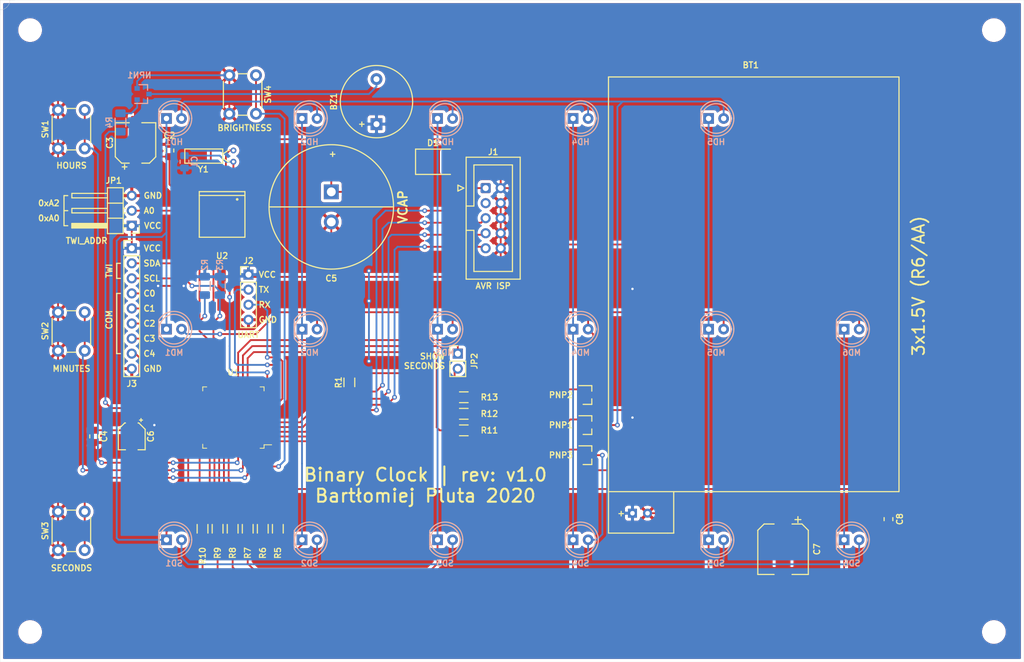
<source format=kicad_pcb>
(kicad_pcb (version 20171130) (host pcbnew 5.1.8)
  (layers (0 F.Cu signal) (31 B.Cu signal) (34 B.Paste user hide) (35 F.Paste user hide) (36 B.SilkS user) (37 F.SilkS user) (38 B.Mask user hide) (39 F.Mask user hide) (44 Edge.Cuts user hide))
  (net 0 "")
  (net 1 VCC)
  (net 2 GND)
  (net 3 "Net-(HD1-Pad1)")
  (net 4 "Net-(HD2-Pad1)")
  (net 5 "Net-(HD3-Pad1)")
  (net 6 "Net-(HD4-Pad1)")
  (net 7 /MOSI)
  (net 8 /RST)
  (net 9 /SCK)
  (net 10 /MISO)
  (net 11 /HOUR_LED)
  (net 12 /MINUTE_LED)
  (net 13 /SECOND_LED)
  (net 14 /SDA)
  (net 15 /SCL)
  (net 16 /INC_HOUR)
  (net 17 /LED0)
  (net 18 /LED1)
  (net 19 /LED2)
  (net 20 /LED3)
  (net 21 /LED4)
  (net 22 /LED5)
  (net 23 /INC_MINUTE)
  (net 24 /INC_SECOND)
  (net 25 /RTC_INT)
  (net 26 "Net-(PNP1-Pad1)")
  (net 27 "Net-(PNP2-Pad1)")
  (net 28 "Net-(PNP3-Pad1)")
  (net 29 /INC_BTNESS)
  (net 30 /RX)
  (net 31 /TX)
  (net 32 "Net-(HD5-Pad1)")
  (net 33 "Net-(JP1-Pad2)")
  (net 34 "Net-(MD6-Pad1)")
  (net 35 "Net-(JP2-Pad2)")
  (net 36 "Net-(BZ1-Pad2)")
  (net 37 "Net-(C1-Pad2)")
  (net 38 "Net-(C2-Pad1)")
  (net 39 "Net-(NPN1-Pad1)")
  (net 40 /BUZZER)
  (net 41 "Net-(U2-Pad2)")
  (net 42 /HC)
  (net 43 /MC)
  (net 44 /SC)
  (net 45 /C4)
  (net 46 /C3)
  (net 47 /C2)
  (net 48 /C1)
  (net 49 /C0)
  (module MountingHole:MountingHole_3mm (layer F.Cu) (at 228.6 55.88)
    (fp_text reference REF** hide)
    (fp_text value MountingHole_3mm hide)
    (pad 1 np_thru_hole circle (at 0 0) (size 3 3) (drill 3) (layers *.Cu *.Mask))
  )
  (module MountingHole:MountingHole_3mm (layer F.Cu) (at 66.04 55.88)
    (fp_text reference REF** hide)
    (fp_text value MountingHole_3mm hide)
    (pad 1 np_thru_hole circle (at 0 0) (size 3 3) (drill 3) (layers *.Cu *.Mask))
  )
  (module MountingHole:MountingHole_3mm (layer F.Cu) (at 66.04 157.48)
    (fp_text reference REF** hide)
    (fp_text value MountingHole_3mm hide)
    (pad 1 np_thru_hole circle (at 0 0) (size 3 3) (drill 3) (layers *.Cu *.Mask))
  )
  (module MountingHole:MountingHole_3mm (layer F.Cu) (at 228.6 157.48)
    (fp_text reference REF** hide)
    (fp_text value MountingHole_3mm hide)
    (pad 1 np_thru_hole circle (at 0 0) (size 3 3) (drill 3) (layers *.Cu *.Mask))
  )
  (module Package_QFP:TQFP-44_10x10mm_P0.8mm (layer F.Cu) (at 100.33 121.285 180)
    (fp_text reference U1 (at 0 7.62) (layer F.SilkS))
    (fp_text value ATmega32-16AU)
    (pad 44 smd rect (at -4 -5.7 270) (size 1.5 0.55) (layers F.Cu F.Paste F.Mask))
    (pad 43 smd rect (at -3.2 -5.7 270) (size 1.5 0.55) (layers F.Cu F.Paste F.Mask) (net 29 /INC_BTNESS))
    (pad 42 smd rect (at -2.4 -5.7 270) (size 1.5 0.55) (layers F.Cu F.Paste F.Mask) (net 24 /INC_SECOND))
    (pad 41 smd rect (at -1.6 -5.7 270) (size 1.5 0.55) (layers F.Cu F.Paste F.Mask) (net 23 /INC_MINUTE))
    (pad 40 smd rect (at -0.8 -5.7 270) (size 1.5 0.55) (layers F.Cu F.Paste F.Mask) (net 16 /INC_HOUR))
    (pad 39 smd rect (at 0 -5.7 270) (size 1.5 0.55) (layers F.Cu F.Paste F.Mask) (net 2 GND))
    (pad 38 smd rect (at 0.8 -5.7 270) (size 1.5 0.55) (layers F.Cu F.Paste F.Mask) (net 1 VCC))
    (pad 37 smd rect (at 1.6 -5.7 270) (size 1.5 0.55) (layers F.Cu F.Paste F.Mask) (net 17 /LED0))
    (pad 36 smd rect (at 2.4 -5.7 270) (size 1.5 0.55) (layers F.Cu F.Paste F.Mask) (net 18 /LED1))
    (pad 35 smd rect (at 3.2 -5.7 270) (size 1.5 0.55) (layers F.Cu F.Paste F.Mask) (net 19 /LED2))
    (pad 34 smd rect (at 4 -5.7 270) (size 1.5 0.55) (layers F.Cu F.Paste F.Mask) (net 20 /LED3))
    (pad 33 smd rect (at 5.7 -4 180) (size 1.5 0.55) (layers F.Cu F.Paste F.Mask) (net 21 /LED4))
    (pad 32 smd rect (at 5.7 -3.2 180) (size 1.5 0.55) (layers F.Cu F.Paste F.Mask) (net 22 /LED5))
    (pad 31 smd rect (at 5.7 -2.4 180) (size 1.5 0.55) (layers F.Cu F.Paste F.Mask))
    (pad 30 smd rect (at 5.7 -1.6 180) (size 1.5 0.55) (layers F.Cu F.Paste F.Mask))
    (pad 29 smd rect (at 5.7 -0.8 180) (size 1.5 0.55) (layers F.Cu F.Paste F.Mask))
    (pad 28 smd rect (at 5.7 0 180) (size 1.5 0.55) (layers F.Cu F.Paste F.Mask) (net 2 GND))
    (pad 27 smd rect (at 5.7 0.8 180) (size 1.5 0.55) (layers F.Cu F.Paste F.Mask) (net 1 VCC))
    (pad 26 smd rect (at 5.7 1.6 180) (size 1.5 0.55) (layers F.Cu F.Paste F.Mask) (net 40 /BUZZER))
    (pad 25 smd rect (at 5.7 2.4 180) (size 1.5 0.55) (layers F.Cu F.Paste F.Mask) (net 45 /C4))
    (pad 24 smd rect (at 5.7 3.2 180) (size 1.5 0.55) (layers F.Cu F.Paste F.Mask) (net 46 /C3))
    (pad 23 smd rect (at 5.7 4 180) (size 1.5 0.55) (layers F.Cu F.Paste F.Mask) (net 47 /C2))
    (pad 22 smd rect (at 4 5.7 270) (size 1.5 0.55) (layers F.Cu F.Paste F.Mask) (net 48 /C1))
    (pad 21 smd rect (at 3.2 5.7 270) (size 1.5 0.55) (layers F.Cu F.Paste F.Mask) (net 49 /C0))
    (pad 20 smd rect (at 2.4 5.7 270) (size 1.5 0.55) (layers F.Cu F.Paste F.Mask) (net 14 /SDA))
    (pad 19 smd rect (at 1.6 5.7 270) (size 1.5 0.55) (layers F.Cu F.Paste F.Mask) (net 15 /SCL))
    (pad 18 smd rect (at 0.8 5.7 270) (size 1.5 0.55) (layers F.Cu F.Paste F.Mask) (net 2 GND))
    (pad 17 smd rect (at 0 5.7 270) (size 1.5 0.55) (layers F.Cu F.Paste F.Mask) (net 1 VCC))
    (pad 16 smd rect (at -0.8 5.7 270) (size 1.5 0.55) (layers F.Cu F.Paste F.Mask) (net 13 /SECOND_LED))
    (pad 15 smd rect (at -1.6 5.7 270) (size 1.5 0.55) (layers F.Cu F.Paste F.Mask) (net 12 /MINUTE_LED))
    (pad 14 smd rect (at -2.4 5.7 270) (size 1.5 0.55) (layers F.Cu F.Paste F.Mask) (net 11 /HOUR_LED))
    (pad 13 smd rect (at -3.2 5.7 270) (size 1.5 0.55) (layers F.Cu F.Paste F.Mask))
    (pad 12 smd rect (at -4 5.7 270) (size 1.5 0.55) (layers F.Cu F.Paste F.Mask))
    (pad 11 smd rect (at -5.7 4 180) (size 1.5 0.55) (layers F.Cu F.Paste F.Mask) (net 25 /RTC_INT))
    (pad 10 smd rect (at -5.7 3.2 180) (size 1.5 0.55) (layers F.Cu F.Paste F.Mask) (net 31 /TX))
    (pad 9 smd rect (at -5.7 2.4 180) (size 1.5 0.55) (layers F.Cu F.Paste F.Mask) (net 30 /RX))
    (pad 8 smd rect (at -5.7 1.6 180) (size 1.5 0.55) (layers F.Cu F.Paste F.Mask))
    (pad 7 smd rect (at -5.7 0.8 180) (size 1.5 0.55) (layers F.Cu F.Paste F.Mask))
    (pad 6 smd rect (at -5.7 0 180) (size 1.5 0.55) (layers F.Cu F.Paste F.Mask) (net 2 GND))
    (pad 5 smd rect (at -5.7 -0.8 180) (size 1.5 0.55) (layers F.Cu F.Paste F.Mask) (net 1 VCC))
    (pad 4 smd rect (at -5.7 -1.6 180) (size 1.5 0.55) (layers F.Cu F.Paste F.Mask) (net 8 /RST))
    (pad 3 smd rect (at -5.7 -2.4 180) (size 1.5 0.55) (layers F.Cu F.Paste F.Mask) (net 9 /SCK))
    (pad 2 smd rect (at -5.7 -3.2 180) (size 1.5 0.55) (layers F.Cu F.Paste F.Mask) (net 10 /MISO))
    (pad 1 smd rect (at -5.7 -4 180) (size 1.5 0.55) (layers F.Cu F.Paste F.Mask) (net 7 /MOSI))
  )
  (module Connector_PinHeader_2.54mm:PinHeader_1x03_P2.54mm_Horizontal (layer F.Cu) (at 83.185 88.9 180)
    (fp_text reference JP1 (at 3.048 7.62) (layer F.SilkS) (effects (font (thickness 0.2))))
    (fp_text value TWI_ADDR)
    (pad 3 thru_hole oval (at 0 5.08 180) (size 1.7 1.7) (drill 1) (layers *.Cu *.Mask) (net 2 GND))
    (pad 2 thru_hole oval (at 0 2.54 180) (size 1.7 1.7) (drill 1) (layers *.Cu *.Mask) (net 33 "Net-(JP1-Pad2)"))
    (pad 1 thru_hole rect (at 0 0 180) (size 1.7 1.7) (drill 1) (layers *.Cu *.Mask) (net 1 VCC))
  )
  (module Package_TO_SOT_SMD:SOT-23 (layer F.Cu) (at 160.02 127.635)
    (fp_text reference PNP3 (at -4.445 0) (layer F.SilkS) (effects (font (thickness 0.2))))
    (fp_text value Q_PNP_BEC)
    (pad 3 smd rect (at 1 0) (size 0.9 0.8) (layers F.Cu F.Paste F.Mask) (net 44 /SC))
    (pad 2 smd rect (at -1 0.95) (size 0.9 0.8) (layers F.Cu F.Paste F.Mask) (net 1 VCC))
    (pad 1 smd rect (at -1 -0.95) (size 0.9 0.8) (layers F.Cu F.Paste F.Mask) (net 28 "Net-(PNP3-Pad1)"))
  )
  (module Package_TO_SOT_SMD:SOT-23 (layer F.Cu) (at 160.02 117.475)
    (fp_text reference PNP2 (at -4.445 0) (layer F.SilkS) (effects (font (thickness 0.2))))
    (fp_text value Q_PNP_BEC)
    (pad 3 smd rect (at 1 0) (size 0.9 0.8) (layers F.Cu F.Paste F.Mask) (net 43 /MC))
    (pad 2 smd rect (at -1 0.95) (size 0.9 0.8) (layers F.Cu F.Paste F.Mask) (net 1 VCC))
    (pad 1 smd rect (at -1 -0.95) (size 0.9 0.8) (layers F.Cu F.Paste F.Mask) (net 27 "Net-(PNP2-Pad1)"))
  )
  (module Package_TO_SOT_SMD:SOT-23 (layer F.Cu) (at 160.02 122.555)
    (fp_text reference PNP1 (at -4.445 0) (layer F.SilkS) (effects (font (thickness 0.2))))
    (fp_text value Q_PNP_BEC)
    (pad 3 smd rect (at 1 0) (size 0.9 0.8) (layers F.Cu F.Paste F.Mask) (net 42 /HC))
    (pad 2 smd rect (at -1 0.95) (size 0.9 0.8) (layers F.Cu F.Paste F.Mask) (net 1 VCC))
    (pad 1 smd rect (at -1 -0.95) (size 0.9 0.8) (layers F.Cu F.Paste F.Mask) (net 26 "Net-(PNP1-Pad1)"))
  )
  (module Package_TO_SOT_SMD:SOT-23 (layer B.Cu) (at 85.09 66.675)
    (fp_text reference NPN1 (at -0.635 -3.175) (layer B.SilkS) (effects (font (thickness 0.2)) (justify mirror)))
    (fp_text value Q_NPN_BEC)
    (pad 3 smd rect (at 1 0) (size 0.9 0.8) (layers B.Cu B.Paste B.Mask) (net 36 "Net-(BZ1-Pad2)"))
    (pad 2 smd rect (at -1 -0.95) (size 0.9 0.8) (layers B.Cu B.Paste B.Mask) (net 2 GND))
    (pad 1 smd rect (at -1 0.95) (size 0.9 0.8) (layers B.Cu B.Paste B.Mask) (net 39 "Net-(NPN1-Pad1)"))
  )
  (module "Project Footprints:SuperCapacitor" (layer F.Cu) (at 116.84 85.725 270)
    (fp_text reference C5 (at 12.065 0 180) (layer F.SilkS) (effects (font (thickness 0.2))))
    (fp_text value 0.1-1F)
    (fp_text user + (at -8.89 -0.1524 90) (layer F.SilkS) (effects (font (thickness 0.2))))
    (pad 2 thru_hole circle (at 2.54 0 270) (size 2.5 2.5) (drill 1.5) (layers *.Cu *.Mask) (net 2 GND))
    (pad 1 thru_hole rect (at -2.54 0 270) (size 2.5 2.5) (drill 1.5) (layers *.Cu *.Mask) (net 38 "Net-(C2-Pad1)"))
  )
  (module Crystal:Crystal_DS26_D2.0mm_L6.0mm_Horizontal (layer F.Cu) (at 100.33 76.2 270)
    (fp_text reference Y1 (at 3.175 5.08) (layer F.SilkS) (effects (font (thickness 0.2))))
    (fp_text value 32768hZ)
    (pad 1 thru_hole circle (at 0 0 270) (size 1 1) (drill 0.5) (layers *.Cu *.Mask) (net 41 "Net-(U2-Pad2)"))
    (pad 2 thru_hole circle (at 1.9 0 270) (size 1 1) (drill 0.5) (layers *.Cu *.Mask) (net 37 "Net-(C1-Pad2)"))
  )
  (module "Project Footprints:BatteryPackage" (layer F.Cu) (at 188.595 97.79)
    (fp_text reference BT1 (at -1 -36) (layer F.SilkS) (effects (font (thickness 0.2))))
    (fp_text value 3x1.5V)
    (fp_text user + (at -22.86 39.64) (layer F.SilkS) (effects (font (thickness 0.2))))
    (pad 2 thru_hole circle (at -18.415 39.64) (size 1.524 1.524) (drill 0.762) (layers *.Cu *.Mask) (net 2 GND))
    (pad 1 thru_hole rect (at -20.955 39.64) (size 1.524 1.524) (drill 0.762) (layers *.Cu *.Mask) (net 1 VCC))
  )
  (module Buzzer_Beeper:Buzzer_12x9.5RM7.6 (layer F.Cu) (at 124.46 71.755 90)
    (fp_text reference BZ1 (at 3.8 -7.2 90) (layer F.SilkS) (effects (font (thickness 0.2))))
    (fp_text value Buzzer)
    (fp_text user + (at -0.01 -2.54 90) (layer F.SilkS) (effects (font (thickness 0.2))))
    (pad 2 thru_hole circle (at 7.6 0 90) (size 2 2) (drill 1) (layers *.Cu *.Mask) (net 36 "Net-(BZ1-Pad2)"))
    (pad 1 thru_hole rect (at 0 0 90) (size 2 2) (drill 1) (layers *.Cu *.Mask) (net 1 VCC))
  )
  (module PCF8583:SOT176-1 (layer F.Cu) (at 98.425 86.995 180)
    (fp_text reference U2 (at 0 -6.985) (layer F.SilkS) (effects (font (thickness 0.2))))
    (fp_text value PCF8583P hide)
    (pad 8 smd oval (at -1.905 -3.814 180) (size 0.6096 3.5) (layers F.Cu F.Mask) (net 2 GND))
    (pad 7 smd oval (at -0.635 -3.814 180) (size 0.6096 3.5) (layers F.Cu F.Mask) (net 25 /RTC_INT))
    (pad 6 smd oval (at 0.635 -3.814 180) (size 0.6096 3.5) (layers F.Cu F.Mask) (net 15 /SCL))
    (pad 5 smd oval (at 1.905 -3.814 180) (size 0.6096 3.5) (layers F.Cu F.Mask) (net 14 /SDA))
    (pad 4 smd oval (at 1.91 3.854 180) (size 0.6096 3.5) (layers F.Cu F.Mask) (net 38 "Net-(C2-Pad1)"))
    (pad 3 smd oval (at 0.635 3.854 180) (size 0.6096 3.5) (layers F.Cu F.Mask) (net 33 "Net-(JP1-Pad2)"))
    (pad 2 smd oval (at -0.635 3.854 180) (size 0.6096 3.5) (layers F.Cu F.Mask) (net 41 "Net-(U2-Pad2)"))
    (pad 1 smd oval (at -1.905 3.854 180) (size 0.6096 3.5) (layers F.Cu F.Mask) (net 37 "Net-(C1-Pad2)"))
  )
  (module Capacitor_SMD:CP_Elec_4x3 (layer F.Cu) (at 83.185 124.46 270)
    (fp_text reference C6 (at 0 -3.2 90) (layer F.SilkS) (effects (font (thickness 0.2))))
    (fp_text value 22u)
    (pad 2 smd roundrect (at 1.8 0 270) (size 2.6 1.6) (layers F.Cu F.Paste F.Mask) (roundrect_rratio 0.15625) (net 2 GND))
    (pad 1 smd roundrect (at -1.8 0 270) (size 2.6 1.6) (layers F.Cu F.Paste F.Mask) (roundrect_rratio 0.15625) (net 1 VCC))
  )
  (module Connector_PinHeader_2.54mm:PinHeader_1x02_P2.54mm_Vertical (layer F.Cu) (at 138.176 110.49)
    (fp_text reference JP2 (at 2.794 1.27 90) (layer F.SilkS) (effects (font (thickness 0.2))))
    (fp_text value S_EN)
    (pad 2 thru_hole oval (at 0 2.54) (size 1.7 1.7) (drill 1) (layers *.Cu *.Mask) (net 35 "Net-(JP2-Pad2)"))
    (pad 1 thru_hole rect (at 0 0) (size 1.7 1.7) (drill 1) (layers *.Cu *.Mask) (net 13 /SECOND_LED))
  )
  (module Connector_PinHeader_2.54mm:PinHeader_1x09_P2.54mm_Vertical (layer F.Cu) (at 83.185 92.71)
    (fp_text reference J3 (at 0 22.86) (layer F.SilkS) (effects (font (thickness 0.2))))
    (fp_text value COM/TWI)
    (pad 9 thru_hole oval (at 0 20.32) (size 1.7 1.7) (drill 1) (layers *.Cu *.Mask) (net 2 GND))
    (pad 8 thru_hole oval (at 0 17.78) (size 1.7 1.7) (drill 1) (layers *.Cu *.Mask) (net 45 /C4))
    (pad 7 thru_hole oval (at 0 15.24) (size 1.7 1.7) (drill 1) (layers *.Cu *.Mask) (net 46 /C3))
    (pad 6 thru_hole oval (at 0 12.7) (size 1.7 1.7) (drill 1) (layers *.Cu *.Mask) (net 47 /C2))
    (pad 5 thru_hole oval (at 0 10.16) (size 1.7 1.7) (drill 1) (layers *.Cu *.Mask) (net 48 /C1))
    (pad 4 thru_hole oval (at 0 7.62) (size 1.7 1.7) (drill 1) (layers *.Cu *.Mask) (net 49 /C0))
    (pad 3 thru_hole oval (at 0 5.08) (size 1.7 1.7) (drill 1) (layers *.Cu *.Mask) (net 15 /SCL))
    (pad 2 thru_hole oval (at 0 2.54) (size 1.7 1.7) (drill 1) (layers *.Cu *.Mask) (net 14 /SDA))
    (pad 1 thru_hole rect (at 0 0) (size 1.7 1.7) (drill 1) (layers *.Cu *.Mask) (net 1 VCC))
  )
  (module Connector_PinHeader_2.54mm:PinHeader_1x04_P2.54mm_Vertical (layer F.Cu) (at 102.87 97.155)
    (fp_text reference J2 (at 0 -2.33) (layer F.SilkS) (effects (font (thickness 0.2))))
    (fp_text value UART)
    (pad 4 thru_hole oval (at 0 7.62) (size 1.7 1.7) (drill 1) (layers *.Cu *.Mask) (net 2 GND))
    (pad 3 thru_hole oval (at 0 5.08) (size 1.7 1.7) (drill 1) (layers *.Cu *.Mask) (net 30 /RX))
    (pad 2 thru_hole oval (at 0 2.54) (size 1.7 1.7) (drill 1) (layers *.Cu *.Mask) (net 31 /TX))
    (pad 1 thru_hole rect (at 0 0) (size 1.7 1.7) (drill 1) (layers *.Cu *.Mask) (net 1 VCC))
  )
  (module Diode_SMD:D_2114_3652Metric (layer F.Cu) (at 134.3375 78.105)
    (fp_text reference D1 (at -0.3525 -3.175) (layer F.SilkS) (effects (font (thickness 0.2))))
    (fp_text value D_Schottky)
    (pad 2 smd roundrect (at 2.1875 0) (size 1.675 3.75) (layers F.Cu F.Paste F.Mask) (roundrect_rratio 0.149254) (net 1 VCC))
    (pad 1 smd roundrect (at -2.1875 0) (size 1.675 3.75) (layers F.Cu F.Paste F.Mask) (roundrect_rratio 0.149254) (net 38 "Net-(C2-Pad1)"))
  )
  (module LED_THT:LED_D5.0mm (layer B.Cu) (at 89.04 106.36)
    (fp_text reference MD1 (at 1.27 3.96) (layer B.SilkS) (effects (font (thickness 0.2)) (justify mirror)))
    (fp_text value LED)
    (pad 1 thru_hole rect (at 0 0) (size 1.8 1.8) (drill 0.9) (layers *.Cu *.Mask) (net 3 "Net-(HD1-Pad1)"))
    (pad 2 thru_hole circle (at 2.54 0) (size 1.8 1.8) (drill 0.9) (layers *.Cu *.Mask) (net 43 /MC))
  )
  (module Resistor_SMD:R_1206_3216Metric_Pad1.30x1.75mm_HandSolder (layer B.Cu) (at 81.28 71.475 270)
    (fp_text reference R4 (at 0 1.905 90) (layer B.SilkS) (effects (font (thickness 0.2)) (justify mirror)))
    (fp_text value 2k2)
    (pad 2 smd roundrect (at 1.55 0 270) (size 1.3 1.75) (layers B.Cu B.Paste B.Mask) (roundrect_rratio 0.192308) (net 40 /BUZZER))
    (pad 1 smd roundrect (at -1.55 0 270) (size 1.3 1.75) (layers B.Cu B.Paste B.Mask) (roundrect_rratio 0.192308) (net 39 "Net-(NPN1-Pad1)"))
  )
  (module Button_Switch_THT:SW_PUSH_6mm (layer F.Cu) (at 104.14 63.5 270)
    (fp_text reference SW4 (at 3.25 -2 90) (layer F.SilkS) (effects (font (thickness 0.2))))
    (fp_text value INC_BTNESS)
    (pad 1 thru_hole circle (at 6.5 0) (size 2 2) (drill 1.1) (layers *.Cu *.Mask) (net 29 /INC_BTNESS))
    (pad 2 thru_hole circle (at 6.5 4.5) (size 2 2) (drill 1.1) (layers *.Cu *.Mask) (net 2 GND))
    (pad 1 thru_hole circle (at 0 0) (size 2 2) (drill 1.1) (layers *.Cu *.Mask) (net 29 /INC_BTNESS))
    (pad 2 thru_hole circle (at 0 4.5) (size 2 2) (drill 1.1) (layers *.Cu *.Mask) (net 2 GND))
  )
  (module LED_THT:LED_D5.0mm (layer B.Cu) (at 134.76 106.36)
    (fp_text reference MD3 (at 1.27 3.96) (layer B.SilkS) (effects (font (thickness 0.2)) (justify mirror)))
    (fp_text value LED)
    (pad 1 thru_hole rect (at 0 0) (size 1.8 1.8) (drill 0.9) (layers *.Cu *.Mask) (net 5 "Net-(HD3-Pad1)"))
    (pad 2 thru_hole circle (at 2.54 0) (size 1.8 1.8) (drill 0.9) (layers *.Cu *.Mask) (net 43 /MC))
  )
  (module LED_THT:LED_D5.0mm (layer B.Cu) (at 157.62 70.8)
    (fp_text reference HD4 (at 1.27 3.96) (layer B.SilkS) (effects (font (thickness 0.2)) (justify mirror)))
    (fp_text value LED)
    (pad 1 thru_hole rect (at 0 0) (size 1.8 1.8) (drill 0.9) (layers *.Cu *.Mask) (net 6 "Net-(HD4-Pad1)"))
    (pad 2 thru_hole circle (at 2.54 0) (size 1.8 1.8) (drill 0.9) (layers *.Cu *.Mask) (net 42 /HC))
  )
  (module Connector_IDC:IDC-Header_2x05_P2.54mm_Vertical (layer F.Cu) (at 142.875 82.55)
    (fp_text reference J1 (at 1.27 -6.1) (layer F.SilkS) (effects (font (thickness 0.2))))
    (fp_text value AVR-ISP-10)
    (pad 10 thru_hole circle (at 2.54 10.16) (size 1.7 1.7) (drill 1) (layers *.Cu *.Mask) (net 2 GND))
    (pad 8 thru_hole circle (at 2.54 7.62) (size 1.7 1.7) (drill 1) (layers *.Cu *.Mask) (net 2 GND))
    (pad 6 thru_hole circle (at 2.54 5.08) (size 1.7 1.7) (drill 1) (layers *.Cu *.Mask) (net 2 GND))
    (pad 4 thru_hole circle (at 2.54 2.54) (size 1.7 1.7) (drill 1) (layers *.Cu *.Mask) (net 2 GND))
    (pad 2 thru_hole circle (at 2.54 0) (size 1.7 1.7) (drill 1) (layers *.Cu *.Mask) (net 1 VCC))
    (pad 9 thru_hole circle (at 0 10.16) (size 1.7 1.7) (drill 1) (layers *.Cu *.Mask) (net 10 /MISO))
    (pad 7 thru_hole circle (at 0 7.62) (size 1.7 1.7) (drill 1) (layers *.Cu *.Mask) (net 9 /SCK))
    (pad 5 thru_hole circle (at 0 5.08) (size 1.7 1.7) (drill 1) (layers *.Cu *.Mask) (net 8 /RST))
    (pad 3 thru_hole circle (at 0 2.54) (size 1.7 1.7) (drill 1) (layers *.Cu *.Mask))
    (pad 1 thru_hole roundrect (at 0 0) (size 1.7 1.7) (drill 1) (layers *.Cu *.Mask) (roundrect_rratio 0.147059) (net 7 /MOSI))
  )
  (module LED_THT:LED_D5.0mm (layer B.Cu) (at 180.48 106.36)
    (fp_text reference MD5 (at 1.27 3.96) (layer B.SilkS) (effects (font (thickness 0.2)) (justify mirror)))
    (fp_text value LED)
    (pad 1 thru_hole rect (at 0 0) (size 1.8 1.8) (drill 0.9) (layers *.Cu *.Mask) (net 32 "Net-(HD5-Pad1)"))
    (pad 2 thru_hole circle (at 2.54 0) (size 1.8 1.8) (drill 0.9) (layers *.Cu *.Mask) (net 43 /MC))
  )
  (module Resistor_SMD:R_1206_3216Metric_Pad1.30x1.75mm_HandSolder (layer F.Cu) (at 119.888 115.342 90)
    (fp_text reference R1 (at 0 -1.82 90) (layer F.SilkS) (effects (font (thickness 0.2))))
    (fp_text value 10k hide)
    (pad 1 smd roundrect (at -1.55 0 90) (size 1.3 1.75) (layers F.Cu F.Paste F.Mask) (roundrect_rratio 0.192308) (net 8 /RST))
    (pad 2 smd roundrect (at 1.55 0 90) (size 1.3 1.75) (layers F.Cu F.Paste F.Mask) (roundrect_rratio 0.192308) (net 1 VCC))
  )
  (module Resistor_SMD:R_1206_3216Metric_Pad1.30x1.75mm_HandSolder (layer B.Cu) (at 95.504 99.06 90)
    (fp_text reference R2 (at 3.556 0 90) (layer B.SilkS) (effects (font (thickness 0.2)) (justify mirror)))
    (fp_text value 4k7 hide)
    (pad 1 smd roundrect (at -1.55 0 90) (size 1.3 1.75) (layers B.Cu B.Paste B.Mask) (roundrect_rratio 0.192308) (net 14 /SDA))
    (pad 2 smd roundrect (at 1.55 0 90) (size 1.3 1.75) (layers B.Cu B.Paste B.Mask) (roundrect_rratio 0.192308) (net 1 VCC))
  )
  (module LED_THT:LED_D5.0mm (layer B.Cu) (at 157.62 141.92)
    (fp_text reference SD4 (at 1.27 3.96) (layer B.SilkS) (effects (font (thickness 0.2)) (justify mirror)))
    (fp_text value LED)
    (pad 1 thru_hole rect (at 0 0) (size 1.8 1.8) (drill 0.9) (layers *.Cu *.Mask) (net 6 "Net-(HD4-Pad1)"))
    (pad 2 thru_hole circle (at 2.54 0) (size 1.8 1.8) (drill 0.9) (layers *.Cu *.Mask) (net 44 /SC))
  )
  (module LED_THT:LED_D5.0mm (layer B.Cu) (at 134.76 70.8)
    (fp_text reference HD3 (at 1.27 3.96) (layer B.SilkS) (effects (font (thickness 0.2)) (justify mirror)))
    (fp_text value LED)
    (pad 2 thru_hole circle (at 2.54 0) (size 1.8 1.8) (drill 0.9) (layers *.Cu *.Mask) (net 42 /HC))
    (pad 1 thru_hole rect (at 0 0) (size 1.8 1.8) (drill 0.9) (layers *.Cu *.Mask) (net 5 "Net-(HD3-Pad1)"))
  )
  (module LED_THT:LED_D5.0mm (layer B.Cu) (at 134.76 141.92)
    (fp_text reference SD3 (at 1.27 3.96) (layer B.SilkS) (effects (font (thickness 0.2)) (justify mirror)))
    (fp_text value LED)
    (pad 2 thru_hole circle (at 2.54 0) (size 1.8 1.8) (drill 0.9) (layers *.Cu *.Mask) (net 44 /SC))
    (pad 1 thru_hole rect (at 0 0) (size 1.8 1.8) (drill 0.9) (layers *.Cu *.Mask) (net 5 "Net-(HD3-Pad1)"))
  )
  (module LED_THT:LED_D5.0mm (layer B.Cu) (at 180.48 70.8)
    (fp_text reference HD5 (at 1.27 3.96) (layer B.SilkS) (effects (font (thickness 0.2)) (justify mirror)))
    (fp_text value LED)
    (pad 2 thru_hole circle (at 2.54 0) (size 1.8 1.8) (drill 0.9) (layers *.Cu *.Mask) (net 42 /HC))
    (pad 1 thru_hole rect (at 0 0) (size 1.8 1.8) (drill 0.9) (layers *.Cu *.Mask) (net 32 "Net-(HD5-Pad1)"))
  )
  (module LED_THT:LED_D5.0mm (layer B.Cu) (at 111.9 70.8)
    (fp_text reference HD2 (at 1.27 3.96) (layer B.SilkS) (effects (font (thickness 0.2)) (justify mirror)))
    (fp_text value LED)
    (pad 1 thru_hole rect (at 0 0) (size 1.8 1.8) (drill 0.9) (layers *.Cu *.Mask) (net 4 "Net-(HD2-Pad1)"))
    (pad 2 thru_hole circle (at 2.54 0) (size 1.8 1.8) (drill 0.9) (layers *.Cu *.Mask) (net 42 /HC))
  )
  (module Resistor_SMD:R_1206_3216Metric_Pad1.30x1.75mm_HandSolder (layer F.Cu) (at 95.123 140.055 90)
    (fp_text reference R10 (at -4.566191 0 90) (layer F.SilkS) (effects (font (thickness 0.2))))
    (fp_text value 100R hide)
    (pad 2 smd roundrect (at 1.55 0 90) (size 1.3 1.75) (layers F.Cu F.Paste F.Mask) (roundrect_rratio 0.192308) (net 22 /LED5))
    (pad 1 smd roundrect (at -1.55 0 90) (size 1.3 1.75) (layers F.Cu F.Paste F.Mask) (roundrect_rratio 0.192308) (net 34 "Net-(MD6-Pad1)"))
  )
  (module Resistor_SMD:R_1206_3216Metric_Pad1.30x1.75mm_HandSolder (layer B.Cu) (at 98.044 99.06 90)
    (fp_text reference R3 (at 3.556 0 90) (layer B.SilkS) (effects (font (thickness 0.2)) (justify mirror)))
    (fp_text value 4k7 hide)
    (pad 2 smd roundrect (at 1.55 0 90) (size 1.3 1.75) (layers B.Cu B.Paste B.Mask) (roundrect_rratio 0.192308) (net 1 VCC))
    (pad 1 smd roundrect (at -1.55 0 90) (size 1.3 1.75) (layers B.Cu B.Paste B.Mask) (roundrect_rratio 0.192308) (net 15 /SCL))
  )
  (module LED_THT:LED_D5.0mm (layer B.Cu) (at 157.62 106.36)
    (fp_text reference MD4 (at 1.27 3.96) (layer B.SilkS) (effects (font (thickness 0.2)) (justify mirror)))
    (fp_text value LED)
    (pad 2 thru_hole circle (at 2.54 0) (size 1.8 1.8) (drill 0.9) (layers *.Cu *.Mask) (net 43 /MC))
    (pad 1 thru_hole rect (at 0 0) (size 1.8 1.8) (drill 0.9) (layers *.Cu *.Mask) (net 6 "Net-(HD4-Pad1)"))
  )
  (module Capacitor_SMD:CP_Elec_8x10 (layer F.Cu) (at 193.04 143.51 270)
    (fp_text reference C7 (at 0 -5.715 90) (layer F.SilkS) (effects (font (thickness 0.2))))
    (fp_text value 470u hide)
    (pad 1 smd roundrect (at -3.25 0 270) (size 3.5 2.5) (layers F.Cu F.Paste F.Mask) (roundrect_rratio 0.1) (net 1 VCC))
    (pad 2 smd roundrect (at 3.25 0 270) (size 3.5 2.5) (layers F.Cu F.Paste F.Mask) (roundrect_rratio 0.1) (net 2 GND))
  )
  (module LED_THT:LED_D5.0mm (layer B.Cu) (at 180.48 141.92)
    (fp_text reference SD5 (at 1.27 3.96) (layer B.SilkS) (effects (font (thickness 0.2)) (justify mirror)))
    (fp_text value LED)
    (pad 2 thru_hole circle (at 2.54 0) (size 1.8 1.8) (drill 0.9) (layers *.Cu *.Mask) (net 44 /SC))
    (pad 1 thru_hole rect (at 0 0) (size 1.8 1.8) (drill 0.9) (layers *.Cu *.Mask) (net 32 "Net-(HD5-Pad1)"))
  )
  (module Resistor_SMD:R_1206_3216Metric_Pad1.30x1.75mm_HandSolder (layer F.Cu) (at 102.743 140.055 90)
    (fp_text reference R7 (at -4.09 0 90) (layer F.SilkS) (effects (font (thickness 0.2))))
    (fp_text value 100R hide)
    (pad 2 smd roundrect (at 1.55 0 90) (size 1.3 1.75) (layers F.Cu F.Paste F.Mask) (roundrect_rratio 0.192308) (net 19 /LED2))
    (pad 1 smd roundrect (at -1.55 0 90) (size 1.3 1.75) (layers F.Cu F.Paste F.Mask) (roundrect_rratio 0.192308) (net 5 "Net-(HD3-Pad1)"))
  )
  (module Resistor_SMD:R_1206_3216Metric_Pad1.30x1.75mm_HandSolder (layer F.Cu) (at 139.192 123.444 180)
    (fp_text reference R11 (at -4.318 0) (layer F.SilkS) (effects (font (thickness 0.2))))
    (fp_text value 2k2 hide)
    (pad 2 smd roundrect (at 1.55 0 180) (size 1.3 1.75) (layers F.Cu F.Paste F.Mask) (roundrect_rratio 0.192308) (net 11 /HOUR_LED))
    (pad 1 smd roundrect (at -1.55 0 180) (size 1.3 1.75) (layers F.Cu F.Paste F.Mask) (roundrect_rratio 0.192308) (net 26 "Net-(PNP1-Pad1)"))
  )
  (module Resistor_SMD:R_1206_3216Metric_Pad1.30x1.75mm_HandSolder (layer F.Cu) (at 139.192 117.856 180)
    (fp_text reference R13 (at -4.318 0) (layer F.SilkS) (effects (font (thickness 0.2))))
    (fp_text value 2k2 hide)
    (pad 1 smd roundrect (at -1.55 0 180) (size 1.3 1.75) (layers F.Cu F.Paste F.Mask) (roundrect_rratio 0.192308) (net 28 "Net-(PNP3-Pad1)"))
    (pad 2 smd roundrect (at 1.55 0 180) (size 1.3 1.75) (layers F.Cu F.Paste F.Mask) (roundrect_rratio 0.192308) (net 35 "Net-(JP2-Pad2)"))
  )
  (module Resistor_SMD:R_1206_3216Metric_Pad1.30x1.75mm_HandSolder (layer F.Cu) (at 139.192 120.65 180)
    (fp_text reference R12 (at -4.318 0) (layer F.SilkS) (effects (font (thickness 0.2))))
    (fp_text value 2k2 hide)
    (pad 2 smd roundrect (at 1.55 0 180) (size 1.3 1.75) (layers F.Cu F.Paste F.Mask) (roundrect_rratio 0.192308) (net 12 /MINUTE_LED))
    (pad 1 smd roundrect (at -1.55 0 180) (size 1.3 1.75) (layers F.Cu F.Paste F.Mask) (roundrect_rratio 0.192308) (net 27 "Net-(PNP2-Pad1)"))
  )
  (module Capacitor_SMD:C_0805_2012Metric_Pad1.18x1.45mm_HandSolder (layer F.Cu) (at 210.82 138.43 270)
    (fp_text reference C8 (at 0 -1.905 90) (layer F.SilkS) (effects (font (thickness 0.2))))
    (fp_text value 100n hide)
    (pad 2 smd roundrect (at 1.0375 0 270) (size 1.175 1.45) (layers F.Cu F.Paste F.Mask) (roundrect_rratio 0.212766) (net 2 GND))
    (pad 1 smd roundrect (at -1.0375 0 270) (size 1.175 1.45) (layers F.Cu F.Paste F.Mask) (roundrect_rratio 0.212766) (net 1 VCC))
  )
  (module LED_THT:LED_D5.0mm (layer B.Cu) (at 89.04 70.8)
    (fp_text reference HD1 (at 1.27 3.96) (layer B.SilkS) (effects (font (thickness 0.2)) (justify mirror)))
    (fp_text value LED)
    (pad 2 thru_hole circle (at 2.54 0) (size 1.8 1.8) (drill 0.9) (layers *.Cu *.Mask) (net 42 /HC))
    (pad 1 thru_hole rect (at 0 0) (size 1.8 1.8) (drill 0.9) (layers *.Cu *.Mask) (net 3 "Net-(HD1-Pad1)"))
  )
  (module LED_THT:LED_D5.0mm (layer B.Cu) (at 111.9 141.92)
    (fp_text reference SD2 (at 1.27 3.96) (layer B.SilkS) (effects (font (thickness 0.2)) (justify mirror)))
    (fp_text value LED)
    (pad 1 thru_hole rect (at 0 0) (size 1.8 1.8) (drill 0.9) (layers *.Cu *.Mask) (net 4 "Net-(HD2-Pad1)"))
    (pad 2 thru_hole circle (at 2.54 0) (size 1.8 1.8) (drill 0.9) (layers *.Cu *.Mask) (net 44 /SC))
  )
  (module LED_THT:LED_D5.0mm (layer B.Cu) (at 89.04 141.92)
    (fp_text reference SD1 (at 1.27 3.96) (layer B.SilkS) (effects (font (thickness 0.2)) (justify mirror)))
    (fp_text value LED)
    (pad 2 thru_hole circle (at 2.54 0) (size 1.8 1.8) (drill 0.9) (layers *.Cu *.Mask) (net 44 /SC))
    (pad 1 thru_hole rect (at 0 0) (size 1.8 1.8) (drill 0.9) (layers *.Cu *.Mask) (net 3 "Net-(HD1-Pad1)"))
  )
  (module LED_THT:LED_D5.0mm (layer B.Cu) (at 111.9 106.36)
    (fp_text reference MD2 (at 1.27 3.96) (layer B.SilkS) (effects (font (thickness 0.2)) (justify mirror)))
    (fp_text value LED)
    (pad 2 thru_hole circle (at 2.54 0) (size 1.8 1.8) (drill 0.9) (layers *.Cu *.Mask) (net 43 /MC))
    (pad 1 thru_hole rect (at 0 0) (size 1.8 1.8) (drill 0.9) (layers *.Cu *.Mask) (net 4 "Net-(HD2-Pad1)"))
  )
  (module Capacitor_SMD:C_0805_2012Metric_Pad1.18x1.45mm_HandSolder (layer F.Cu) (at 89.535 76.2 90)
    (fp_text reference C2 (at 2.54 0 180) (layer F.SilkS) (effects (font (thickness 0.2))))
    (fp_text value 22p hide)
    (pad 2 smd roundrect (at 1.0375 0 90) (size 1.175 1.45) (layers F.Cu F.Paste F.Mask) (roundrect_rratio 0.212766) (net 2 GND))
    (pad 1 smd roundrect (at -1.0375 0 90) (size 1.175 1.45) (layers F.Cu F.Paste F.Mask) (roundrect_rratio 0.212766) (net 38 "Net-(C2-Pad1)"))
  )
  (module Capacitor_SMD:CP_Elec_6.3x5.3 (layer F.Cu) (at 83.82 74.93 90)
    (fp_text reference C3 (at 0 -4.35 90) (layer F.SilkS) (effects (font (thickness 0.2))))
    (fp_text value 47u hide)
    (pad 1 smd roundrect (at -2.8 0 90) (size 3.5 1.6) (layers F.Cu F.Paste F.Mask) (roundrect_rratio 0.15625) (net 38 "Net-(C2-Pad1)"))
    (pad 2 smd roundrect (at 2.8 0 90) (size 3.5 1.6) (layers F.Cu F.Paste F.Mask) (roundrect_rratio 0.15625) (net 2 GND))
  )
  (module Resistor_SMD:R_1206_3216Metric_Pad1.30x1.75mm_HandSolder (layer F.Cu) (at 97.663 140.055 90)
    (fp_text reference R9 (at -4.09 0 90) (layer F.SilkS) (effects (font (thickness 0.2))))
    (fp_text value 100R hide)
    (pad 2 smd roundrect (at 1.55 0 90) (size 1.3 1.75) (layers F.Cu F.Paste F.Mask) (roundrect_rratio 0.192308) (net 21 /LED4))
    (pad 1 smd roundrect (at -1.55 0 90) (size 1.3 1.75) (layers F.Cu F.Paste F.Mask) (roundrect_rratio 0.192308) (net 32 "Net-(HD5-Pad1)"))
  )
  (module Capacitor_SMD:C_0805_2012Metric_Pad1.18x1.45mm_HandSolder (layer F.Cu) (at 76.835 124.46 270)
    (fp_text reference C4 (at 0 -1.68 90) (layer F.SilkS) (effects (font (thickness 0.2))))
    (fp_text value 100n hide)
    (pad 1 smd roundrect (at -1.0375 0 270) (size 1.175 1.45) (layers F.Cu F.Paste F.Mask) (roundrect_rratio 0.212766) (net 1 VCC))
    (pad 2 smd roundrect (at 1.0375 0 270) (size 1.175 1.45) (layers F.Cu F.Paste F.Mask) (roundrect_rratio 0.212766) (net 2 GND))
  )
  (module LED_THT:LED_D5.0mm (layer B.Cu) (at 203.34 106.36)
    (fp_text reference MD6 (at 1.27 3.96) (layer B.SilkS) (effects (font (thickness 0.2)) (justify mirror)))
    (fp_text value LED)
    (pad 2 thru_hole circle (at 2.54 0) (size 1.8 1.8) (drill 0.9) (layers *.Cu *.Mask) (net 43 /MC))
    (pad 1 thru_hole rect (at 0 0) (size 1.8 1.8) (drill 0.9) (layers *.Cu *.Mask) (net 34 "Net-(MD6-Pad1)"))
  )
  (module Capacitor_SMD:C_0805_2012Metric_Pad1.18x1.45mm_HandSolder (layer B.Cu) (at 92.075 78.105 90)
    (fp_text reference C1 (at 0 1.68 270) (layer B.SilkS) (effects (font (thickness 0.2)) (justify mirror)))
    (fp_text value 22p hide)
    (pad 2 smd roundrect (at 1.0375 0 90) (size 1.175 1.45) (layers B.Cu B.Paste B.Mask) (roundrect_rratio 0.212766) (net 37 "Net-(C1-Pad2)"))
    (pad 1 smd roundrect (at -1.0375 0 90) (size 1.175 1.45) (layers B.Cu B.Paste B.Mask) (roundrect_rratio 0.212766) (net 1 VCC))
  )
  (module Resistor_SMD:R_1206_3216Metric_Pad1.30x1.75mm_HandSolder (layer F.Cu) (at 105.283 140.055 90)
    (fp_text reference R6 (at -4.09 0 90) (layer F.SilkS) (effects (font (thickness 0.2))))
    (fp_text value 100R hide)
    (pad 2 smd roundrect (at 1.55 0 90) (size 1.3 1.75) (layers F.Cu F.Paste F.Mask) (roundrect_rratio 0.192308) (net 18 /LED1))
    (pad 1 smd roundrect (at -1.55 0 90) (size 1.3 1.75) (layers F.Cu F.Paste F.Mask) (roundrect_rratio 0.192308) (net 4 "Net-(HD2-Pad1)"))
  )
  (module Resistor_SMD:R_1206_3216Metric_Pad1.30x1.75mm_HandSolder (layer F.Cu) (at 107.823 140.055 90)
    (fp_text reference R5 (at -4.09 0 90) (layer F.SilkS) (effects (font (thickness 0.2))))
    (fp_text value 100R hide)
    (pad 2 smd roundrect (at 1.55 0 90) (size 1.3 1.75) (layers F.Cu F.Paste F.Mask) (roundrect_rratio 0.192308) (net 17 /LED0))
    (pad 1 smd roundrect (at -1.55 0 90) (size 1.3 1.75) (layers F.Cu F.Paste F.Mask) (roundrect_rratio 0.192308) (net 3 "Net-(HD1-Pad1)"))
  )
  (module Resistor_SMD:R_1206_3216Metric_Pad1.30x1.75mm_HandSolder (layer F.Cu) (at 100.203 140.055 90)
    (fp_text reference R8 (at -4.09 0 90) (layer F.SilkS) (effects (font (thickness 0.2))))
    (fp_text value 100R hide)
    (pad 1 smd roundrect (at -1.55 0 90) (size 1.3 1.75) (layers F.Cu F.Paste F.Mask) (roundrect_rratio 0.192308) (net 6 "Net-(HD4-Pad1)"))
    (pad 2 smd roundrect (at 1.55 0 90) (size 1.3 1.75) (layers F.Cu F.Paste F.Mask) (roundrect_rratio 0.192308) (net 20 /LED3))
  )
  (module LED_THT:LED_D5.0mm (layer B.Cu) (at 203.34 141.92)
    (fp_text reference SD6 (at 1.27 3.96) (layer B.SilkS) (effects (font (thickness 0.2)) (justify mirror)))
    (fp_text value LED)
    (pad 2 thru_hole circle (at 2.54 0) (size 1.8 1.8) (drill 0.9) (layers *.Cu *.Mask) (net 44 /SC))
    (pad 1 thru_hole rect (at 0 0) (size 1.8 1.8) (drill 0.9) (layers *.Cu *.Mask) (net 34 "Net-(MD6-Pad1)"))
  )
  (module Button_Switch_THT:SW_PUSH_6mm (layer F.Cu) (at 75.25 69.355 270)
    (fp_text reference SW1 (at 3.25 6.67 90) (layer F.SilkS) (effects (font (thickness 0.2))))
    (fp_text value INC_HOUR)
    (pad 2 thru_hole circle (at 0 4.5) (size 2 2) (drill 1.1) (layers *.Cu *.Mask) (net 2 GND))
    (pad 1 thru_hole circle (at 0 0) (size 2 2) (drill 1.1) (layers *.Cu *.Mask) (net 16 /INC_HOUR))
    (pad 2 thru_hole circle (at 6.5 4.5) (size 2 2) (drill 1.1) (layers *.Cu *.Mask) (net 2 GND))
    (pad 1 thru_hole circle (at 6.5 0) (size 2 2) (drill 1.1) (layers *.Cu *.Mask) (net 16 /INC_HOUR))
  )
  (module Button_Switch_THT:SW_PUSH_6mm (layer F.Cu) (at 75.25 103.505 270)
    (fp_text reference SW2 (at 3.175 6.67 90) (layer F.SilkS) (effects (font (thickness 0.2))))
    (fp_text value INC_MINUTE)
    (pad 1 thru_hole circle (at 6.5 0) (size 2 2) (drill 1.1) (layers *.Cu *.Mask) (net 23 /INC_MINUTE))
    (pad 2 thru_hole circle (at 6.5 4.5) (size 2 2) (drill 1.1) (layers *.Cu *.Mask) (net 2 GND))
    (pad 1 thru_hole circle (at 0 0) (size 2 2) (drill 1.1) (layers *.Cu *.Mask) (net 23 /INC_MINUTE))
    (pad 2 thru_hole circle (at 0 4.5) (size 2 2) (drill 1.1) (layers *.Cu *.Mask) (net 2 GND))
  )
  (module Button_Switch_THT:SW_PUSH_6mm (layer F.Cu) (at 75.2475 137.16 270)
    (fp_text reference SW3 (at 3.25 6.6675 90) (layer F.SilkS) (effects (font (thickness 0.2))))
    (fp_text value INC_SECOND)
    (pad 1 thru_hole circle (at 6.5 0) (size 2 2) (drill 1.1) (layers *.Cu *.Mask) (net 24 /INC_SECOND))
    (pad 2 thru_hole circle (at 6.5 4.5) (size 2 2) (drill 1.1) (layers *.Cu *.Mask) (net 2 GND))
    (pad 1 thru_hole circle (at 0 0) (size 2 2) (drill 1.1) (layers *.Cu *.Mask) (net 24 /INC_SECOND))
    (pad 2 thru_hole circle (at 0 4.5) (size 2 2) (drill 1.1) (layers *.Cu *.Mask) (net 2 GND))
  )
  (gr_text VCAP (at 128.905 85.725 90) (layer F.SilkS) (effects (font (size 1.5 1.5) (thickness 0.3))))
  (gr_text GND (at 86.713809 113.03) (layer F.SilkS) (effects (font (size 1 1) (thickness 0.2))))
  (gr_text GND (at 106.140238 104.775) (layer F.SilkS) (effects (font (size 1 1) (thickness 0.2))))
  (gr_text RX (at 105.592619 102.235) (layer F.SilkS) (effects (font (size 1 1) (thickness 0.2))))
  (gr_text TX (at 105.473572 99.695) (layer F.SilkS) (effects (font (size 1 1) (thickness 0.2))))
  (gr_text VCC (at 106.045 97.155) (layer F.SilkS) (effects (font (size 1 1) (thickness 0.2))))
  (gr_text C4 (at 86.16619 110.49) (layer F.SilkS) (effects (font (size 1 1) (thickness 0.2))))
  (gr_text C3 (at 86.16619 107.95) (layer F.SilkS) (effects (font (size 1 1) (thickness 0.2))))
  (gr_text C2 (at 86.16619 105.41) (layer F.SilkS) (effects (font (size 1 1) (thickness 0.2))))
  (gr_text C1 (at 86.16619 102.87) (layer F.SilkS) (effects (font (size 1 1) (thickness 0.2))))
  (gr_text C0 (at 86.16619 100.33) (layer F.SilkS) (effects (font (size 1 1) (thickness 0.2))))
  (gr_text SCL (at 86.570952 97.79) (layer F.SilkS) (effects (font (size 1 1) (thickness 0.2))))
  (gr_text SDA (at 86.594762 95.25) (layer F.SilkS) (effects (font (size 1 1) (thickness 0.2))))
  (gr_text VCC (at 85.09 92.71) (layer F.SilkS) (effects (font (size 1 1) (thickness 0.2)) (justify left)))
  (gr_line (start 80.645 95.25) (end 81.28 95.25) (layer F.SilkS) (width 0.2))
  (gr_line (start 80.645 97.79) (end 80.645 95.25) (layer F.SilkS) (width 0.2))
  (gr_line (start 81.28 97.79) (end 80.645 97.79) (layer F.SilkS) (width 0.2))
  (gr_line (start 80.645 100.33) (end 81.28 100.33) (layer F.SilkS) (width 0.2))
  (gr_line (start 80.645 110.49) (end 80.645 100.33) (layer F.SilkS) (width 0.2))
  (gr_line (start 81.28 110.49) (end 80.645 110.49) (layer F.SilkS) (width 0.2))
  (gr_text TWI (at 79.375 96.52 90) (layer F.SilkS) (effects (font (size 1 1) (thickness 0.2))))
  (gr_text COM (at 79.375 104.775 90) (layer F.SilkS) (effects (font (size 1 1) (thickness 0.2))))
  (gr_text 0xA2 (at 71.12 85.09) (layer F.SilkS) (effects (font (size 1 1) (thickness 0.2)) (justify right)))
  (gr_text 0xA0 (at 71.12 87.63) (layer F.SilkS) (effects (font (size 1 1) (thickness 0.2)) (justify right)))
  (target plus (at 60.96 50.8) (size 5) (width 0.05) (layer Edge.Cuts))
  (gr_text "Binary Clock | rev: v1.0\nBartłomiej Pluta 2020" (at 132.715 132.715) (layer F.SilkS) (effects (font (size 2.2 2.2) (thickness 0.35))))
  (gr_line (start 60.96 50.8) (end 60.96 162.56) (layer Edge.Cuts) (width 0.05))
  (gr_line (start 233.68 50.8) (end 60.96 50.8) (layer Edge.Cuts) (width 0.05))
  (gr_line (start 233.68 162.56) (end 233.68 50.8) (layer Edge.Cuts) (width 0.05))
  (gr_line (start 60.96 162.56) (end 233.68 162.56) (layer Edge.Cuts) (width 0.05))
  (gr_text "3x1.5V (R6/AA)" (at 215.9 99.06 90) (layer F.SilkS) (effects (font (size 2 2) (thickness 0.3))))
  (gr_line (start 71.755 86.36) (end 71.755 88.9) (layer F.SilkS) (width 0.2))
  (gr_line (start 71.755 83.82) (end 71.755 86.36) (layer F.SilkS) (width 0.2))
  (gr_line (start 71.755 88.9) (end 72.39 88.9) (layer F.SilkS) (width 0.2))
  (gr_line (start 71.755 86.36) (end 72.39 86.36) (layer F.SilkS) (width 0.2))
  (gr_line (start 72.39 83.82) (end 71.755 83.82) (layer F.SilkS) (width 0.2))
  (gr_text TWI_ADDR (at 75.565 91.44) (layer F.SilkS) (effects (font (size 1 1) (thickness 0.2))))
  (gr_text GND (at 85.09 83.82) (layer F.SilkS) (effects (font (size 1 1) (thickness 0.2)) (justify left)))
  (gr_text A0 (at 85.09 86.36) (layer F.SilkS) (effects (font (size 1 1) (thickness 0.2)) (justify left)))
  (gr_text VCC (at 88.265 88.9) (layer F.SilkS) (effects (font (size 1 1) (thickness 0.2)) (justify right)))
  (gr_text UART (at 102.87 107.315) (layer F.SilkS) (effects (font (size 1 1) (thickness 0.2))))
  (gr_text BRIGHTNESS (at 102.235 72.39) (layer F.SilkS) (effects (font (size 1 1) (thickness 0.2))))
  (gr_text "AVR ISP" (at 144.145 99.06) (layer F.SilkS) (effects (font (size 1 1) (thickness 0.2))))
  (gr_text "SHOW\nSECONDS" (at 136.144 111.76) (layer F.SilkS) (effects (font (size 1 1) (thickness 0.2)) (justify right)))
  (gr_text SECONDS (at 73.025 146.685) (layer F.SilkS) (effects (font (size 1 1) (thickness 0.2))))
  (gr_text MINUTES (at 73.025 113.03) (layer F.SilkS) (effects (font (size 1 1) (thickness 0.2))))
  (gr_text HOURS (at 73.025 78.74) (layer F.SilkS) (effects (font (size 1 1) (thickness 0.2))))
  (segment (start 81.4225 123.4225) (end 83.185 121.66) (width 0.3048) (layer F.Cu) (net 1))
  (segment (start 76.835 123.4225) (end 81.4225 123.4225) (width 0.3048) (layer F.Cu) (net 1))
  (segment (start 146.685 82.55) (end 145.415 82.55) (width 0.3048) (layer F.Cu) (net 1))
  (segment (start 147.955 83.82) (end 146.685 82.55) (width 0.3048) (layer F.Cu) (net 1))
  (segment (start 147.955 92.075) (end 166.243 92.075) (width 0.3048) (layer F.Cu) (net 1))
  (segment (start 147.955 92.075) (end 147.955 83.82) (width 0.3048) (layer F.Cu) (net 1))
  (segment (start 166.243 92.075) (end 167.64 93.472) (width 0.3048) (layer F.Cu) (net 1))
  (via (at 167.64 99.568) (size 0.8) (drill 0.4) (layers F.Cu B.Cu) (net 1))
  (segment (start 167.64 93.472) (end 167.64 99.568) (width 0.3048) (layer F.Cu) (net 1))
  (via (at 167.64 121.285) (size 0.8) (drill 0.4) (layers F.Cu B.Cu) (net 1))
  (segment (start 91.948 99.06) (end 88.392 99.06) (width 0.3048) (layer F.Cu) (net 1))
  (via (at 91.948 99.06) (size 0.8) (drill 0.4) (layers F.Cu B.Cu) (net 1))
  (segment (start 95.504 97.51) (end 92.99 97.51) (width 0.3048) (layer B.Cu) (net 1))
  (segment (start 92 96.52) (end 91.948 96.52) (width 0.3048) (layer B.Cu) (net 1))
  (segment (start 92.99 97.51) (end 92 96.52) (width 0.3048) (layer B.Cu) (net 1))
  (segment (start 91.948 99.06) (end 91.948 96.52) (width 0.3048) (layer B.Cu) (net 1))
  (segment (start 95.504 97.51) (end 98.044 97.51) (width 0.3048) (layer B.Cu) (net 1))
  (segment (start 98.07 97.536) (end 98.044 97.51) (width 0.3048) (layer B.Cu) (net 1))
  (segment (start 87.63 116.205) (end 87.63 101.6) (width 0.3048) (layer B.Cu) (net 1))
  (segment (start 87.63 101.6) (end 87.63 99.06) (width 0.3048) (layer B.Cu) (net 1))
  (via (at 87.63 99.06) (size 0.8) (drill 0.4) (layers F.Cu B.Cu) (net 1))
  (segment (start 88.392 99.06) (end 87.63 99.06) (width 0.3048) (layer F.Cu) (net 1))
  (segment (start 83.185 92.71) (end 86.36 92.71) (width 0.3048) (layer B.Cu) (net 1))
  (segment (start 87.63 93.98) (end 87.63 99.06) (width 0.3048) (layer B.Cu) (net 1))
  (segment (start 86.36 92.71) (end 87.63 93.98) (width 0.3048) (layer B.Cu) (net 1))
  (segment (start 102.515 97.51) (end 102.87 97.155) (width 0.3048) (layer B.Cu) (net 1))
  (segment (start 98.044 97.51) (end 102.515 97.51) (width 0.3048) (layer B.Cu) (net 1))
  (segment (start 103.251 97.536) (end 102.87 97.155) (width 0.3048) (layer F.Cu) (net 1))
  (segment (start 147.955 95.885) (end 146.304 97.536) (width 0.3048) (layer F.Cu) (net 1))
  (segment (start 146.304 97.536) (end 103.251 97.536) (width 0.3048) (layer F.Cu) (net 1))
  (segment (start 147.955 92.075) (end 147.955 95.885) (width 0.3048) (layer F.Cu) (net 1))
  (segment (start 144.78 78.105) (end 136.525 78.105) (width 0.3048) (layer F.Cu) (net 1))
  (segment (start 145.415 78.74) (end 144.78 78.105) (width 0.3048) (layer F.Cu) (net 1))
  (segment (start 145.415 82.55) (end 145.415 78.74) (width 0.3048) (layer F.Cu) (net 1))
  (segment (start 136.525 78.105) (end 136.525 75.565) (width 0.3048) (layer F.Cu) (net 1))
  (segment (start 136.525 75.565) (end 135.255 74.295) (width 0.3048) (layer F.Cu) (net 1))
  (segment (start 135.255 74.295) (end 125.095 74.295) (width 0.3048) (layer F.Cu) (net 1))
  (segment (start 124.46 73.66) (end 124.46 71.755) (width 0.3048) (layer F.Cu) (net 1))
  (segment (start 125.095 74.295) (end 124.46 73.66) (width 0.3048) (layer F.Cu) (net 1))
  (segment (start 91.948 79.2695) (end 92.075 79.1425) (width 0.3048) (layer B.Cu) (net 1))
  (segment (start 91.948 96.52) (end 91.948 79.2695) (width 0.3048) (layer B.Cu) (net 1))
  (segment (start 168.91 133.35) (end 167.64 132.08) (width 0.3048) (layer F.Cu) (net 1))
  (segment (start 168.035 132.475) (end 168.91 133.35) (width 0.3048) (layer F.Cu) (net 1))
  (segment (start 132.08 113.792) (end 119.888 113.792) (width 0.3048) (layer F.Cu) (net 1))
  (segment (start 133.096 114.808) (end 132.08 113.792) (width 0.3048) (layer F.Cu) (net 1))
  (segment (start 133.096 132.461) (end 133.096 114.808) (width 0.3048) (layer F.Cu) (net 1))
  (segment (start 133.985 133.35) (end 133.096 132.461) (width 0.3048) (layer F.Cu) (net 1))
  (segment (start 167.64 137.43) (end 167.64 134.62) (width 0.3048) (layer F.Cu) (net 1))
  (segment (start 167.64 134.62) (end 168.91 133.35) (width 0.3048) (layer F.Cu) (net 1))
  (segment (start 193.04 134.62) (end 193.04 140.26) (width 0.3048) (layer F.Cu) (net 1))
  (segment (start 191.77 133.35) (end 193.04 134.62) (width 0.3048) (layer F.Cu) (net 1))
  (segment (start 168.91 133.35) (end 191.77 133.35) (width 0.3048) (layer F.Cu) (net 1))
  (segment (start 210.82 134.62) (end 210.82 137.3925) (width 0.3048) (layer F.Cu) (net 1))
  (segment (start 209.55 133.35) (end 210.82 134.62) (width 0.3048) (layer F.Cu) (net 1))
  (segment (start 194.31 133.35) (end 209.55 133.35) (width 0.3048) (layer F.Cu) (net 1))
  (segment (start 193.04 134.62) (end 194.31 133.35) (width 0.3048) (layer F.Cu) (net 1))
  (segment (start 143.51 133.35) (end 135.255 133.35) (width 0.3048) (layer F.Cu) (net 1))
  (segment (start 168.91 133.35) (end 143.51 133.35) (width 0.3048) (layer F.Cu) (net 1))
  (segment (start 135.255 133.35) (end 133.985 133.35) (width 0.3048) (layer F.Cu) (net 1))
  (segment (start 135.89 133.35) (end 135.255 133.35) (width 0.3048) (layer F.Cu) (net 1))
  (segment (start 159.02 123.505) (end 159.02 124.095) (width 0.3048) (layer F.Cu) (net 1))
  (segment (start 159.02 124.095) (end 160.02 125.095) (width 0.3048) (layer F.Cu) (net 1))
  (segment (start 160.02 125.095) (end 166.37 125.095) (width 0.3048) (layer F.Cu) (net 1))
  (segment (start 166.37 125.095) (end 167.64 126.365) (width 0.3048) (layer F.Cu) (net 1))
  (segment (start 159.02 128.585) (end 159.02 129.175) (width 0.3048) (layer F.Cu) (net 1))
  (segment (start 159.02 129.175) (end 160.02 130.175) (width 0.3048) (layer F.Cu) (net 1))
  (segment (start 160.02 130.175) (end 166.37 130.175) (width 0.3048) (layer F.Cu) (net 1))
  (segment (start 166.37 130.175) (end 167.64 131.445) (width 0.3048) (layer F.Cu) (net 1))
  (segment (start 167.64 131.445) (end 167.64 126.365) (width 0.3048) (layer F.Cu) (net 1))
  (segment (start 167.64 132.08) (end 167.64 131.445) (width 0.3048) (layer F.Cu) (net 1))
  (segment (start 159.02 118.425) (end 159.065 118.425) (width 0.3048) (layer F.Cu) (net 1))
  (segment (start 159.02 118.425) (end 159.02 119.015) (width 0.3048) (layer F.Cu) (net 1))
  (segment (start 159.02 119.015) (end 160.02 120.015) (width 0.3048) (layer F.Cu) (net 1))
  (segment (start 166.37 120.015) (end 167.64 121.285) (width 0.3048) (layer F.Cu) (net 1))
  (segment (start 160.02 120.015) (end 166.37 120.015) (width 0.3048) (layer F.Cu) (net 1))
  (segment (start 167.64 126.365) (end 167.64 121.285) (width 0.3048) (layer F.Cu) (net 1))
  (segment (start 167.64 121.285) (end 167.64 109.855) (width 0.3048) (layer B.Cu) (net 1))
  (segment (start 167.64 109.855) (end 167.64 110.236) (width 0.3048) (layer B.Cu) (net 1))
  (segment (start 167.64 99.568) (end 167.64 109.855) (width 0.3048) (layer B.Cu) (net 1))
  (segment (start 83.185 88.9) (end 83.185 92.71) (width 0.3048) (layer F.Cu) (net 1))
  (segment (start 87.63 116.205) (end 87.63 117.475) (width 0.3048) (layer B.Cu) (net 1))
  (segment (start 87.63 117.475) (end 87.63 119.38) (width 0.3048) (layer B.Cu) (net 1))
  (segment (start 118.364 113.792) (end 119.888 113.792) (width 0.3048) (layer F.Cu) (net 1))
  (segment (start 117.856 114.3) (end 118.364 113.792) (width 0.3048) (layer F.Cu) (net 1))
  (segment (start 117.856 115.824) (end 117.856 114.3) (width 0.3048) (layer F.Cu) (net 1))
  (segment (start 111.595 122.085) (end 117.856 115.824) (width 0.3048) (layer F.Cu) (net 1))
  (segment (start 106.03 122.085) (end 111.595 122.085) (width 0.3048) (layer F.Cu) (net 1))
  (segment (start 87.63 119.38) (end 87.63 121.92) (width 0.3048) (layer B.Cu) (net 1))
  (via (at 86.995 122.555) (size 0.8) (drill 0.4) (layers F.Cu B.Cu) (net 1))
  (segment (start 87.63 121.92) (end 86.995 122.555) (width 0.3048) (layer B.Cu) (net 1))
  (segment (start 86.89 122.66) (end 83.185 122.66) (width 0.3048) (layer F.Cu) (net 1))
  (segment (start 86.995 122.555) (end 86.89 122.66) (width 0.3048) (layer F.Cu) (net 1))
  (segment (start 89.065 120.485) (end 86.995 122.555) (width 0.3048) (layer F.Cu) (net 1))
  (segment (start 94.63 120.485) (end 89.065 120.485) (width 0.3048) (layer F.Cu) (net 1))
  (segment (start 100.33 115.585) (end 100.33 120.015) (width 0.3048) (layer F.Cu) (net 1))
  (segment (start 102.4 122.085) (end 106.03 122.085) (width 0.3048) (layer F.Cu) (net 1))
  (segment (start 100.33 120.015) (end 102.4 122.085) (width 0.3048) (layer F.Cu) (net 1))
  (segment (start 99.53 126.985) (end 99.53 131.915) (width 0.3048) (layer F.Cu) (net 1))
  (segment (start 99.53 131.915) (end 100.965 133.35) (width 0.3048) (layer F.Cu) (net 1))
  (segment (start 132.207 133.35) (end 133.096 132.461) (width 0.3048) (layer F.Cu) (net 1))
  (segment (start 100.965 133.35) (end 132.207 133.35) (width 0.3048) (layer F.Cu) (net 1))
  (segment (start 81.4225 125.4975) (end 83.185 127.26) (width 0.3048) (layer F.Cu) (net 2))
  (segment (start 76.835 125.4975) (end 81.4225 125.4975) (width 0.3048) (layer F.Cu) (net 2))
  (segment (start 145.415 90.17) (end 145.415 92.71) (width 0.3048) (layer F.Cu) (net 2))
  (segment (start 145.415 87.63) (end 145.415 90.17) (width 0.3048) (layer F.Cu) (net 2))
  (segment (start 145.415 85.09) (end 145.415 87.63) (width 0.3048) (layer F.Cu) (net 2))
  (segment (start 70.75 69.355) (end 70.75 75.855) (width 0.3048) (layer F.Cu) (net 2))
  (segment (start 70.75 104.915) (end 70.75 111.415) (width 0.3048) (layer F.Cu) (net 2))
  (segment (start 116.84 115.316) (end 116.141 116.015) (width 0.3048) (layer F.Cu) (net 2))
  (segment (start 70.75 116.575) (end 70.75 121.55) (width 0.3048) (layer F.Cu) (net 2))
  (segment (start 70.75 115.305) (end 70.75 116.575) (width 0.3048) (layer F.Cu) (net 2))
  (segment (start 70.7475 121.5525) (end 70.75 121.55) (width 0.3048) (layer F.Cu) (net 2))
  (segment (start 70.75 137.1575) (end 70.7475 137.16) (width 0.3048) (layer F.Cu) (net 2))
  (segment (start 70.7475 143.66) (end 70.635 143.66) (width 0.3048) (layer F.Cu) (net 2))
  (segment (start 70.7475 143.5475) (end 70.7475 137.16) (width 0.3048) (layer F.Cu) (net 2))
  (segment (start 70.635 143.66) (end 70.7475 143.5475) (width 0.3048) (layer F.Cu) (net 2))
  (segment (start 71.755 113.03) (end 70.75 114.035) (width 0.3048) (layer F.Cu) (net 2))
  (segment (start 83.185 113.03) (end 71.755 113.03) (width 0.3048) (layer F.Cu) (net 2))
  (segment (start 70.75 114.035) (end 70.75 115.305) (width 0.3048) (layer F.Cu) (net 2))
  (segment (start 70.75 111.415) (end 70.75 114.035) (width 0.3048) (layer F.Cu) (net 2))
  (segment (start 102.87 104.775) (end 105.029 104.775) (width 0.3048) (layer F.Cu) (net 2))
  (segment (start 108.204 101.6) (end 120.396 101.6) (width 0.3048) (layer F.Cu) (net 2))
  (segment (start 105.029 104.775) (end 108.204 101.6) (width 0.3048) (layer F.Cu) (net 2))
  (segment (start 70.75 75.855) (end 70.75 82.18) (width 0.3048) (layer F.Cu) (net 2))
  (segment (start 70.75 82.18) (end 70.75 82.815) (width 0.3048) (layer F.Cu) (net 2))
  (segment (start 70.75 82.815) (end 70.75 104.915) (width 0.3048) (layer F.Cu) (net 2))
  (segment (start 123.19 111.76) (end 123.19 96.52) (width 0.3048) (layer B.Cu) (net 2))
  (via (at 123.19 96.52) (size 0.8) (drill 0.4) (layers F.Cu B.Cu) (net 2))
  (segment (start 145.415 94.615) (end 145.415 92.71) (width 0.3048) (layer F.Cu) (net 2))
  (segment (start 123.19 96.52) (end 144.78 96.52) (width 0.3048) (layer F.Cu) (net 2))
  (segment (start 145.415 95.885) (end 145.415 94.615) (width 0.3048) (layer F.Cu) (net 2))
  (segment (start 144.78 96.52) (end 145.415 95.885) (width 0.3048) (layer F.Cu) (net 2))
  (via (at 123.19 101.6) (size 0.8) (drill 0.4) (layers F.Cu B.Cu) (net 2))
  (segment (start 120.396 101.6) (end 123.19 101.6) (width 0.3048) (layer F.Cu) (net 2))
  (segment (start 118.11 96.52) (end 123.19 96.52) (width 0.3048) (layer F.Cu) (net 2))
  (segment (start 116.84 95.25) (end 118.11 96.52) (width 0.3048) (layer F.Cu) (net 2))
  (segment (start 208.915 101.6) (end 123.19 101.6) (width 0.3048) (layer F.Cu) (net 2))
  (segment (start 213.36 101.6) (end 208.915 101.6) (width 0.3048) (layer F.Cu) (net 2))
  (segment (start 214.63 102.87) (end 213.36 101.6) (width 0.3048) (layer F.Cu) (net 2))
  (segment (start 214.63 138.43) (end 214.63 102.87) (width 0.3048) (layer F.Cu) (net 2))
  (segment (start 213.5925 139.4675) (end 214.63 138.43) (width 0.3048) (layer F.Cu) (net 2))
  (segment (start 210.82 139.4675) (end 213.5925 139.4675) (width 0.3048) (layer F.Cu) (net 2))
  (segment (start 193.04 146.76) (end 189.94 146.76) (width 0.3048) (layer F.Cu) (net 2))
  (segment (start 189.94 146.76) (end 188.595 145.415) (width 0.3048) (layer F.Cu) (net 2))
  (segment (start 188.595 145.415) (end 188.595 138.43) (width 0.3048) (layer F.Cu) (net 2))
  (segment (start 187.595 137.43) (end 170.18 137.43) (width 0.3048) (layer F.Cu) (net 2))
  (segment (start 188.595 138.43) (end 187.595 137.43) (width 0.3048) (layer F.Cu) (net 2))
  (segment (start 193.04 146.76) (end 196.14 146.76) (width 0.3048) (layer F.Cu) (net 2))
  (segment (start 196.14 146.76) (end 197.485 145.415) (width 0.3048) (layer F.Cu) (net 2))
  (segment (start 197.485 145.415) (end 197.485 140.97) (width 0.3048) (layer F.Cu) (net 2))
  (segment (start 198.9875 139.4675) (end 210.82 139.4675) (width 0.3048) (layer F.Cu) (net 2))
  (segment (start 197.485 140.97) (end 198.9875 139.4675) (width 0.3048) (layer F.Cu) (net 2))
  (segment (start 116.201 90.809) (end 116.84 90.17) (width 0.3048) (layer F.Cu) (net 2))
  (segment (start 116.84 90.17) (end 116.84 88.265) (width 0.3048) (layer F.Cu) (net 2))
  (segment (start 100.33 90.809) (end 116.201 90.809) (width 0.3048) (layer F.Cu) (net 2))
  (segment (start 116.84 95.25) (end 116.84 90.17) (width 0.3048) (layer F.Cu) (net 2))
  (segment (start 89.3025 74.93) (end 89.535 75.1625) (width 0.3048) (layer F.Cu) (net 2))
  (segment (start 86.8525 75.1625) (end 83.82 72.13) (width 0.3048) (layer F.Cu) (net 2))
  (segment (start 89.535 75.1625) (end 86.8525 75.1625) (width 0.3048) (layer F.Cu) (net 2))
  (segment (start 72.39 63.5) (end 70.75 65.14) (width 0.3048) (layer F.Cu) (net 2))
  (segment (start 70.75 65.14) (end 70.75 69.355) (width 0.3048) (layer F.Cu) (net 2))
  (segment (start 84.09 65.725) (end 84.09 64.5) (width 0.3048) (layer B.Cu) (net 2))
  (segment (start 84.09 64.5) (end 85.09 63.5) (width 0.3048) (layer B.Cu) (net 2))
  (segment (start 83.82 64.77) (end 85.09 63.5) (width 0.3048) (layer F.Cu) (net 2))
  (segment (start 83.82 72.13) (end 83.82 64.77) (width 0.3048) (layer F.Cu) (net 2))
  (segment (start 85.09 63.5) (end 99.64 63.5) (width 0.3048) (layer F.Cu) (net 2))
  (segment (start 85.09 63.5) (end 99.64 63.5) (width 0.3048) (layer B.Cu) (net 2))
  (segment (start 99.64 70) (end 99.64 63.5) (width 0.3048) (layer F.Cu) (net 2))
  (segment (start 72.39 63.5) (end 85.09 63.5) (width 0.3048) (layer F.Cu) (net 2))
  (segment (start 110.871 121.285) (end 116.141 116.015) (width 0.3048) (layer F.Cu) (net 2))
  (segment (start 106.03 121.285) (end 110.871 121.285) (width 0.3048) (layer F.Cu) (net 2))
  (segment (start 72.5175 125.4975) (end 70.75 127.265) (width 0.3048) (layer F.Cu) (net 2))
  (segment (start 76.835 125.4975) (end 72.5175 125.4975) (width 0.3048) (layer F.Cu) (net 2))
  (segment (start 70.75 127.265) (end 70.75 137.1575) (width 0.3048) (layer F.Cu) (net 2))
  (segment (start 70.75 121.55) (end 70.75 127.265) (width 0.3048) (layer F.Cu) (net 2))
  (segment (start 83.185 126.26) (end 85.195 126.26) (width 0.3048) (layer F.Cu) (net 2))
  (segment (start 90.17 121.285) (end 94.63 121.285) (width 0.3048) (layer F.Cu) (net 2))
  (segment (start 85.195 126.26) (end 90.17 121.285) (width 0.3048) (layer F.Cu) (net 2))
  (segment (start 99.53 119.545) (end 99.53 115.585) (width 0.3048) (layer F.Cu) (net 2))
  (segment (start 99.53 120.485) (end 99.53 119.545) (width 0.3048) (layer F.Cu) (net 2))
  (segment (start 100.33 121.285) (end 99.53 120.485) (width 0.3048) (layer F.Cu) (net 2))
  (segment (start 100.33 126.985) (end 100.33 121.285) (width 0.3048) (layer F.Cu) (net 2))
  (segment (start 98.73 121.285) (end 99.53 120.485) (width 0.3048) (layer F.Cu) (net 2))
  (segment (start 94.63 121.285) (end 98.73 121.285) (width 0.3048) (layer F.Cu) (net 2))
  (segment (start 116.84 115.316) (end 116.84 113.665) (width 0.3048) (layer F.Cu) (net 2))
  (segment (start 116.84 113.665) (end 117.475 113.03) (width 0.3048) (layer F.Cu) (net 2))
  (segment (start 117.475 113.03) (end 118.11 112.395) (width 0.3048) (layer F.Cu) (net 2))
  (segment (start 118.11 112.395) (end 122.555 112.395) (width 0.3048) (layer F.Cu) (net 2))
  (segment (start 122.555 112.395) (end 123.19 111.76) (width 0.3048) (layer F.Cu) (net 2))
  (via (at 123.19 111.76) (size 0.8) (drill 0.4) (layers F.Cu B.Cu) (net 2))
  (segment (start 89.04 141.92) (end 89.04 141.745) (width 0.3048) (layer B.Cu) (net 3))
  (segment (start 89.04 141.92) (end 89.04 141.465) (width 0.3048) (layer F.Cu) (net 3))
  (segment (start 89.04 106.36) (end 89.04 91.3) (width 0.3048) (layer B.Cu) (net 3))
  (segment (start 81.28 90.805) (end 88.265 90.805) (width 0.3048) (layer B.Cu) (net 3))
  (segment (start 88.265 90.805) (end 89.04 90.03) (width 0.3048) (layer B.Cu) (net 3))
  (segment (start 80.645 91.44) (end 81.28 90.805) (width 0.3048) (layer B.Cu) (net 3))
  (segment (start 80.645 141.605) (end 80.645 91.44) (width 0.3048) (layer B.Cu) (net 3))
  (segment (start 80.96 141.92) (end 80.645 141.605) (width 0.3048) (layer B.Cu) (net 3))
  (segment (start 89.04 141.92) (end 80.96 141.92) (width 0.3048) (layer B.Cu) (net 3))
  (segment (start 89.04 90.03) (end 89.04 70.8) (width 0.3048) (layer B.Cu) (net 3))
  (segment (start 89.04 91.3) (end 89.04 90.03) (width 0.3048) (layer B.Cu) (net 3))
  (segment (start 89.662 139.954) (end 89.04 140.576) (width 0.3048) (layer F.Cu) (net 3))
  (segment (start 89.04 140.576) (end 89.04 141.92) (width 0.3048) (layer F.Cu) (net 3))
  (segment (start 107.188 139.954) (end 89.662 139.954) (width 0.3048) (layer F.Cu) (net 3))
  (segment (start 107.823 140.589) (end 107.188 139.954) (width 0.3048) (layer F.Cu) (net 3))
  (segment (start 107.823 141.605) (end 107.823 140.589) (width 0.3048) (layer F.Cu) (net 3))
  (segment (start 111.9 70.8) (end 111.9 106.36) (width 0.3048) (layer B.Cu) (net 4))
  (segment (start 111.9 106.36) (end 111.9 121.425) (width 0.3048) (layer B.Cu) (net 4))
  (segment (start 111.9 121.425) (end 111.9 129.045) (width 0.3048) (layer B.Cu) (net 4))
  (segment (start 111.9 129.045) (end 111.9 141.92) (width 0.3048) (layer B.Cu) (net 4))
  (segment (start 105.283 141.605) (end 105.283 142.748) (width 0.3048) (layer F.Cu) (net 4))
  (segment (start 105.283 142.748) (end 106.045 143.51) (width 0.3048) (layer F.Cu) (net 4))
  (segment (start 106.045 143.51) (end 111.125 143.51) (width 0.3048) (layer F.Cu) (net 4))
  (segment (start 111.9 142.735) (end 111.9 141.92) (width 0.3048) (layer F.Cu) (net 4))
  (segment (start 111.125 143.51) (end 111.9 142.735) (width 0.3048) (layer F.Cu) (net 4))
  (segment (start 134.76 141.92) (end 134.76 106.36) (width 0.3048) (layer B.Cu) (net 5))
  (segment (start 134.76 106.36) (end 134.76 70.8) (width 0.3048) (layer B.Cu) (net 5))
  (segment (start 133.35 147.32) (end 134.76 145.91) (width 0.3048) (layer F.Cu) (net 5))
  (segment (start 134.76 145.91) (end 134.76 141.92) (width 0.3048) (layer F.Cu) (net 5))
  (segment (start 133.35 147.32) (end 104.14 147.32) (width 0.3048) (layer F.Cu) (net 5))
  (segment (start 104.14 147.32) (end 102.743 145.923) (width 0.3048) (layer F.Cu) (net 5))
  (segment (start 102.743 145.923) (end 102.743 141.605) (width 0.3048) (layer F.Cu) (net 5))
  (segment (start 157.62 70.8) (end 157.62 106.36) (width 0.3048) (layer B.Cu) (net 6))
  (segment (start 157.62 106.36) (end 157.62 141.92) (width 0.3048) (layer B.Cu) (net 6))
  (segment (start 157.62 147.18) (end 157.62 141.92) (width 0.3048) (layer F.Cu) (net 6))
  (segment (start 156.21 148.59) (end 157.62 147.18) (width 0.3048) (layer F.Cu) (net 6))
  (segment (start 156.21 148.59) (end 102.235 148.59) (width 0.3048) (layer F.Cu) (net 6))
  (segment (start 102.235 148.59) (end 100.203 146.558) (width 0.3048) (layer F.Cu) (net 6))
  (segment (start 100.203 146.558) (end 100.203 141.605) (width 0.3048) (layer F.Cu) (net 6))
  (via (at 132.588 86.36) (size 0.8) (drill 0.4) (layers F.Cu B.Cu) (net 7))
  (segment (start 140.716 83.312) (end 141.478 82.55) (width 0.3048) (layer F.Cu) (net 7))
  (segment (start 140.716 85.852) (end 140.716 83.312) (width 0.3048) (layer F.Cu) (net 7))
  (segment (start 140.208 86.36) (end 140.716 85.852) (width 0.3048) (layer F.Cu) (net 7))
  (segment (start 141.478 82.55) (end 142.875 82.55) (width 0.3048) (layer F.Cu) (net 7))
  (segment (start 132.588 86.36) (end 140.208 86.36) (width 0.3048) (layer F.Cu) (net 7))
  (segment (start 125.984 86.36) (end 124.46 87.884) (width 0.3048) (layer B.Cu) (net 7))
  (segment (start 132.588 86.36) (end 125.984 86.36) (width 0.3048) (layer B.Cu) (net 7))
  (segment (start 106.03 125.285) (end 113.475 125.285) (width 0.3048) (layer F.Cu) (net 7))
  (segment (start 113.475 125.285) (end 118.745 120.015) (width 0.3048) (layer F.Cu) (net 7))
  (segment (start 118.745 120.015) (end 124.46 120.015) (width 0.3048) (layer F.Cu) (net 7))
  (via (at 124.46 120.015) (size 0.8) (drill 0.4) (layers F.Cu B.Cu) (net 7))
  (segment (start 124.46 120.015) (end 124.46 87.884) (width 0.3048) (layer B.Cu) (net 7))
  (segment (start 142.24 88.265) (end 142.875 87.63) (width 0.3048) (layer F.Cu) (net 8))
  (via (at 132.588 88.392) (size 0.8) (drill 0.4) (layers F.Cu B.Cu) (net 8))
  (segment (start 142.113 88.392) (end 142.875 87.63) (width 0.3048) (layer F.Cu) (net 8))
  (segment (start 132.588 88.392) (end 142.113 88.392) (width 0.3048) (layer F.Cu) (net 8))
  (segment (start 119.38 116.84) (end 119.38 116.358) (width 0.3048) (layer F.Cu) (net 8))
  (segment (start 126.492 88.392) (end 132.588 88.392) (width 0.3048) (layer B.Cu) (net 8))
  (segment (start 125.476 89.408) (end 126.492 88.392) (width 0.3048) (layer B.Cu) (net 8))
  (segment (start 106.03 122.885) (end 112.065 122.885) (width 0.3048) (layer F.Cu) (net 8))
  (segment (start 118.058 116.892) (end 119.888 116.892) (width 0.3048) (layer F.Cu) (net 8))
  (segment (start 112.065 122.885) (end 118.058 116.892) (width 0.3048) (layer F.Cu) (net 8))
  (segment (start 120.344 117.348) (end 119.888 116.892) (width 0.3048) (layer F.Cu) (net 8))
  (segment (start 119.888 116.892) (end 124.408 116.892) (width 0.3048) (layer F.Cu) (net 8))
  (segment (start 124.408 116.892) (end 125.476 115.824) (width 0.3048) (layer F.Cu) (net 8))
  (segment (start 125.476 115.824) (end 125.476 89.408) (width 0.3048) (layer B.Cu) (net 8))
  (via (at 125.476 115.824) (size 0.8) (drill 0.4) (layers F.Cu B.Cu) (net 8))
  (via (at 132.588 90.424) (size 0.8) (drill 0.4) (layers F.Cu B.Cu) (net 9))
  (segment (start 142.621 90.424) (end 142.875 90.17) (width 0.3048) (layer F.Cu) (net 9))
  (segment (start 132.588 90.424) (end 142.621 90.424) (width 0.3048) (layer F.Cu) (net 9))
  (segment (start 106.03 123.685) (end 112.535 123.685) (width 0.3048) (layer F.Cu) (net 9))
  (segment (start 112.535 123.685) (end 118.11 118.11) (width 0.3048) (layer F.Cu) (net 9))
  (segment (start 127 90.424) (end 126.492 90.932) (width 0.3048) (layer B.Cu) (net 9))
  (segment (start 132.588 90.424) (end 127 90.424) (width 0.3048) (layer B.Cu) (net 9))
  (segment (start 118.11 118.11) (end 125.222 118.11) (width 0.3048) (layer F.Cu) (net 9))
  (segment (start 125.222 118.11) (end 126.492 116.84) (width 0.3048) (layer F.Cu) (net 9))
  (segment (start 126.492 116.84) (end 126.492 90.932) (width 0.3048) (layer B.Cu) (net 9))
  (via (at 126.492 116.84) (size 0.8) (drill 0.4) (layers F.Cu B.Cu) (net 9))
  (via (at 132.588 92.456) (size 0.8) (drill 0.4) (layers F.Cu B.Cu) (net 10))
  (segment (start 142.621 92.456) (end 142.875 92.71) (width 0.3048) (layer F.Cu) (net 10))
  (segment (start 132.588 92.456) (end 142.621 92.456) (width 0.3048) (layer F.Cu) (net 10))
  (segment (start 128.016 92.456) (end 127.508 92.964) (width 0.3048) (layer B.Cu) (net 10))
  (segment (start 132.588 92.456) (end 128.016 92.456) (width 0.3048) (layer B.Cu) (net 10))
  (segment (start 127.508 117.856) (end 127.508 92.964) (width 0.3048) (layer B.Cu) (net 10))
  (via (at 127.508 117.856) (size 0.8) (drill 0.4) (layers F.Cu B.Cu) (net 10))
  (segment (start 113.005 124.485) (end 118.364 119.126) (width 0.3048) (layer F.Cu) (net 10))
  (segment (start 106.03 124.485) (end 113.005 124.485) (width 0.3048) (layer F.Cu) (net 10))
  (segment (start 126.238 119.126) (end 127.508 117.856) (width 0.3048) (layer F.Cu) (net 10))
  (segment (start 118.364 119.126) (end 126.238 119.126) (width 0.3048) (layer F.Cu) (net 10))
  (segment (start 137.642 123.444) (end 135.128 123.444) (width 0.3048) (layer F.Cu) (net 11))
  (segment (start 135.128 123.444) (end 134.62 122.936) (width 0.3048) (layer F.Cu) (net 11))
  (segment (start 134.62 122.936) (end 134.62 110.744) (width 0.3048) (layer F.Cu) (net 11))
  (segment (start 134.62 110.744) (end 134.112 110.236) (width 0.3048) (layer F.Cu) (net 11))
  (segment (start 134.112 110.236) (end 103.759 110.236) (width 0.3048) (layer F.Cu) (net 11))
  (segment (start 103.759 110.236) (end 102.73 111.265) (width 0.3048) (layer F.Cu) (net 11))
  (segment (start 102.73 111.265) (end 102.73 115.585) (width 0.3048) (layer F.Cu) (net 11))
  (segment (start 137.642 120.65) (end 136.398 120.65) (width 0.3048) (layer F.Cu) (net 12))
  (segment (start 136.398 120.65) (end 135.636 119.888) (width 0.3048) (layer F.Cu) (net 12))
  (segment (start 135.636 119.888) (end 135.636 109.728) (width 0.3048) (layer F.Cu) (net 12))
  (segment (start 135.636 109.728) (end 135.128 109.22) (width 0.3048) (layer F.Cu) (net 12))
  (segment (start 135.128 109.22) (end 103.505 109.22) (width 0.3048) (layer F.Cu) (net 12))
  (segment (start 103.505 109.22) (end 101.93 110.795) (width 0.3048) (layer F.Cu) (net 12))
  (segment (start 101.93 110.795) (end 101.93 115.585) (width 0.3048) (layer F.Cu) (net 12))
  (segment (start 103.251 108.204) (end 101.13 110.325) (width 0.3048) (layer F.Cu) (net 13))
  (segment (start 137.16 108.204) (end 103.251 108.204) (width 0.3048) (layer F.Cu) (net 13))
  (segment (start 138.176 109.22) (end 137.16 108.204) (width 0.3048) (layer F.Cu) (net 13))
  (segment (start 138.176 110.49) (end 138.176 109.22) (width 0.3048) (layer F.Cu) (net 13))
  (segment (start 101.13 115.585) (end 101.13 110.325) (width 0.3048) (layer F.Cu) (net 13))
  (via (at 95.504 104.14) (size 0.8) (drill 0.4) (layers F.Cu B.Cu) (net 14))
  (segment (start 95.504 104.14) (end 95.504 100.61) (width 0.3048) (layer B.Cu) (net 14))
  (segment (start 94.615 95.885) (end 93.98 95.25) (width 0.3048) (layer F.Cu) (net 14))
  (segment (start 96.52 93.98) (end 96.52 90.809) (width 0.3048) (layer F.Cu) (net 14))
  (segment (start 94.615 95.885) (end 96.52 93.98) (width 0.3048) (layer F.Cu) (net 14))
  (segment (start 93.98 95.25) (end 83.185 95.25) (width 0.3048) (layer F.Cu) (net 14))
  (segment (start 94.615 105.029) (end 95.504 104.14) (width 0.3048) (layer F.Cu) (net 14))
  (segment (start 94.615 105.791) (end 94.615 95.885) (width 0.3048) (layer F.Cu) (net 14))
  (segment (start 94.615 105.791) (end 94.615 105.029) (width 0.3048) (layer F.Cu) (net 14))
  (segment (start 94.615 105.791) (end 94.615 106.68) (width 0.3048) (layer F.Cu) (net 14))
  (segment (start 94.615 106.68) (end 97.93 109.995) (width 0.3048) (layer F.Cu) (net 14))
  (segment (start 97.93 109.995) (end 97.93 115.585) (width 0.3048) (layer F.Cu) (net 14))
  (via (at 98.044 104.14) (size 0.8) (drill 0.4) (layers F.Cu B.Cu) (net 15))
  (segment (start 98.044 104.14) (end 98.044 100.61) (width 0.3048) (layer B.Cu) (net 15))
  (segment (start 83.185 97.79) (end 92.075 97.79) (width 0.3048) (layer F.Cu) (net 15))
  (via (at 93.345 99.06) (size 0.8) (drill 0.4) (layers F.Cu B.Cu) (net 15))
  (segment (start 92.075 97.79) (end 93.345 99.06) (width 0.3048) (layer F.Cu) (net 15))
  (segment (start 98.044 99.949) (end 98.044 100.61) (width 0.3048) (layer B.Cu) (net 15))
  (segment (start 97.155 99.06) (end 98.044 99.949) (width 0.3048) (layer B.Cu) (net 15))
  (segment (start 93.345 99.06) (end 97.155 99.06) (width 0.3048) (layer B.Cu) (net 15))
  (segment (start 97.79 94.742) (end 97.79 90.809) (width 0.3048) (layer F.Cu) (net 15))
  (segment (start 96.965 95.567) (end 97.79 94.742) (width 0.3048) (layer F.Cu) (net 15))
  (segment (start 96.965 105.219) (end 96.965 95.567) (width 0.3048) (layer F.Cu) (net 15))
  (segment (start 96.965 105.219) (end 98.044 104.14) (width 0.3048) (layer F.Cu) (net 15))
  (segment (start 96.965 105.219) (end 96.965 107.76) (width 0.3048) (layer F.Cu) (net 15))
  (segment (start 96.965 107.76) (end 98.73 109.525) (width 0.3048) (layer F.Cu) (net 15))
  (segment (start 98.73 109.525) (end 98.73 115.585) (width 0.3048) (layer F.Cu) (net 15))
  (segment (start 75.25 75.855) (end 75.25 69.355) (width 0.3048) (layer F.Cu) (net 16))
  (segment (start 75.25 75.855) (end 76.49 75.855) (width 0.3048) (layer B.Cu) (net 16))
  (segment (start 76.49 75.855) (end 77.47 76.835) (width 0.3048) (layer B.Cu) (net 16))
  (segment (start 77.47 76.835) (end 77.47 126.365) (width 0.3048) (layer B.Cu) (net 16))
  (segment (start 100.965 128.905) (end 90.17 128.905) (width 0.3048) (layer B.Cu) (net 16))
  (segment (start 77.47 126.365) (end 77.47 128.27) (width 0.3048) (layer B.Cu) (net 16))
  (via (at 78.105 128.905) (size 0.8) (drill 0.4) (layers F.Cu B.Cu) (net 16))
  (segment (start 77.47 128.27) (end 78.105 128.905) (width 0.3048) (layer B.Cu) (net 16))
  (segment (start 78.105 128.905) (end 90.17 128.905) (width 0.3048) (layer F.Cu) (net 16))
  (via (at 90.17 128.905) (size 0.8) (drill 0.4) (layers F.Cu B.Cu) (net 16))
  (segment (start 101.13 128.74) (end 100.965 128.905) (width 0.3048) (layer F.Cu) (net 16))
  (segment (start 101.13 126.985) (end 101.13 128.74) (width 0.3048) (layer F.Cu) (net 16))
  (via (at 100.965 128.905) (size 0.8) (drill 0.4) (layers F.Cu B.Cu) (net 16))
  (segment (start 107.823 138.43) (end 108.458 138.43) (width 0.3048) (layer F.Cu) (net 17))
  (segment (start 107.823 138.43) (end 107.823 137.287) (width 0.3048) (layer F.Cu) (net 17))
  (segment (start 98.73 126.985) (end 98.73 130.48) (width 0.3048) (layer F.Cu) (net 17))
  (segment (start 107.315 133.985) (end 107.823 134.493) (width 0.3048) (layer F.Cu) (net 17))
  (segment (start 107.823 134.493) (end 107.823 137.287) (width 0.3048) (layer F.Cu) (net 17))
  (segment (start 100.33 133.985) (end 107.315 133.985) (width 0.3048) (layer F.Cu) (net 17))
  (segment (start 98.73 132.385) (end 100.33 133.985) (width 0.3048) (layer F.Cu) (net 17))
  (segment (start 98.73 130.48) (end 98.73 132.385) (width 0.3048) (layer F.Cu) (net 17))
  (segment (start 97.93 126.985) (end 97.93 130.95) (width 0.3048) (layer F.Cu) (net 18))
  (segment (start 97.93 130.95) (end 97.93 132.855) (width 0.3048) (layer F.Cu) (net 18))
  (segment (start 97.93 132.855) (end 99.695 134.62) (width 0.3048) (layer F.Cu) (net 18))
  (segment (start 99.695 134.62) (end 104.775 134.62) (width 0.3048) (layer F.Cu) (net 18))
  (segment (start 105.283 135.128) (end 105.283 138.505) (width 0.3048) (layer F.Cu) (net 18))
  (segment (start 104.775 134.62) (end 105.283 135.128) (width 0.3048) (layer F.Cu) (net 18))
  (segment (start 97.13 126.985) (end 97.13 131.42) (width 0.3048) (layer F.Cu) (net 19))
  (segment (start 97.13 131.42) (end 97.13 133.325) (width 0.3048) (layer F.Cu) (net 19))
  (segment (start 97.13 133.325) (end 99.06 135.255) (width 0.3048) (layer F.Cu) (net 19))
  (segment (start 102.743 135.763) (end 102.743 138.505) (width 0.3048) (layer F.Cu) (net 19))
  (segment (start 102.235 135.255) (end 102.743 135.763) (width 0.3048) (layer F.Cu) (net 19))
  (segment (start 99.06 135.255) (end 102.235 135.255) (width 0.3048) (layer F.Cu) (net 19))
  (segment (start 96.33 133.795) (end 98.425 135.89) (width 0.3048) (layer F.Cu) (net 20))
  (segment (start 96.33 131.89) (end 96.33 133.795) (width 0.3048) (layer F.Cu) (net 20))
  (segment (start 96.33 131.89) (end 96.33 126.985) (width 0.3048) (layer F.Cu) (net 20))
  (segment (start 100.203 136.398) (end 100.203 138.505) (width 0.3048) (layer F.Cu) (net 20))
  (segment (start 99.695 135.89) (end 100.203 136.398) (width 0.3048) (layer F.Cu) (net 20))
  (segment (start 98.425 135.89) (end 99.695 135.89) (width 0.3048) (layer F.Cu) (net 20))
  (segment (start 97.663 138.505) (end 97.663 136.398) (width 0.3048) (layer F.Cu) (net 21))
  (segment (start 94.63 133.365) (end 94.63 125.285) (width 0.3048) (layer F.Cu) (net 21))
  (segment (start 97.663 136.398) (end 94.63 133.365) (width 0.3048) (layer F.Cu) (net 21))
  (segment (start 93.32 124.485) (end 94.63 124.485) (width 0.3048) (layer F.Cu) (net 22))
  (segment (start 92.71 125.095) (end 93.32 124.485) (width 0.3048) (layer F.Cu) (net 22))
  (segment (start 92.71 132.715) (end 92.71 125.095) (width 0.3048) (layer F.Cu) (net 22))
  (segment (start 95.123 135.128) (end 92.71 132.715) (width 0.3048) (layer F.Cu) (net 22))
  (segment (start 95.123 138.505) (end 95.123 135.128) (width 0.3048) (layer F.Cu) (net 22))
  (segment (start 75.25 110.005) (end 75.25 103.505) (width 0.3048) (layer F.Cu) (net 23))
  (segment (start 101.6 130.175) (end 90.17 130.175) (width 0.3048) (layer B.Cu) (net 23))
  (via (at 74.93 130.175) (size 0.8) (drill 0.4) (layers F.Cu B.Cu) (net 23))
  (segment (start 74.93 130.175) (end 90.17 130.175) (width 0.3048) (layer F.Cu) (net 23))
  (via (at 90.17 130.175) (size 0.8) (drill 0.4) (layers F.Cu B.Cu) (net 23))
  (segment (start 101.93 126.985) (end 101.93 129.845) (width 0.3048) (layer F.Cu) (net 23))
  (segment (start 101.93 129.845) (end 101.6 130.175) (width 0.3048) (layer F.Cu) (net 23))
  (via (at 101.6 130.175) (size 0.8) (drill 0.4) (layers F.Cu B.Cu) (net 23))
  (segment (start 74.93 110.325) (end 75.25 110.005) (width 0.3048) (layer B.Cu) (net 23))
  (segment (start 74.93 130.175) (end 74.93 110.325) (width 0.3048) (layer B.Cu) (net 23))
  (segment (start 75.25 138.3005) (end 75.2475 138.303) (width 0.3048) (layer F.Cu) (net 24))
  (segment (start 75.2475 143.66) (end 75.2475 137.16) (width 0.3048) (layer F.Cu) (net 24))
  (segment (start 102.235 131.445) (end 90.17 131.445) (width 0.3048) (layer B.Cu) (net 24))
  (via (at 90.17 131.445) (size 0.8) (drill 0.4) (layers F.Cu B.Cu) (net 24))
  (segment (start 90.17 131.445) (end 76.2 131.445) (width 0.3048) (layer F.Cu) (net 24))
  (segment (start 75.2475 132.3975) (end 75.2475 137.16) (width 0.3048) (layer F.Cu) (net 24))
  (segment (start 76.2 131.445) (end 75.2475 132.3975) (width 0.3048) (layer F.Cu) (net 24))
  (segment (start 102.73 126.985) (end 102.73 130.95) (width 0.3048) (layer F.Cu) (net 24))
  (segment (start 102.73 130.95) (end 102.235 131.445) (width 0.3048) (layer F.Cu) (net 24))
  (via (at 102.235 131.445) (size 0.8) (drill 0.4) (layers F.Cu B.Cu) (net 24))
  (via (at 99.695 100.965) (size 0.8) (drill 0.4) (layers F.Cu B.Cu) (net 25))
  (segment (start 99.695 100.965) (end 99.695 95.885) (width 0.3048) (layer F.Cu) (net 25))
  (segment (start 99.06 95.25) (end 99.06 94.996) (width 0.3048) (layer F.Cu) (net 25))
  (segment (start 99.695 95.885) (end 99.06 95.25) (width 0.3048) (layer F.Cu) (net 25))
  (segment (start 99.06 94.996) (end 99.06 90.809) (width 0.3048) (layer F.Cu) (net 25))
  (segment (start 99.695 109.22) (end 99.695 100.965) (width 0.3048) (layer B.Cu) (net 25))
  (segment (start 99.695 113.03) (end 99.695 109.22) (width 0.3048) (layer B.Cu) (net 25))
  (segment (start 100.33 113.665) (end 99.695 113.03) (width 0.3048) (layer B.Cu) (net 25))
  (segment (start 100.33 113.665) (end 106.045 113.665) (width 0.3048) (layer B.Cu) (net 25))
  (via (at 106.045 113.665) (size 0.8) (drill 0.4) (layers F.Cu B.Cu) (net 25))
  (segment (start 106.045 117.27) (end 106.03 117.285) (width 0.3048) (layer F.Cu) (net 25))
  (segment (start 106.045 113.665) (end 106.045 117.27) (width 0.3048) (layer F.Cu) (net 25))
  (segment (start 140.742 123.444) (end 155.321 123.444) (width 0.3048) (layer F.Cu) (net 26))
  (segment (start 157.16 121.605) (end 159.02 121.605) (width 0.3048) (layer F.Cu) (net 26))
  (segment (start 155.321 123.444) (end 157.16 121.605) (width 0.3048) (layer F.Cu) (net 26))
  (segment (start 140.742 120.65) (end 151.765 120.65) (width 0.3048) (layer F.Cu) (net 27))
  (segment (start 155.89 116.525) (end 159.02 116.525) (width 0.3048) (layer F.Cu) (net 27))
  (segment (start 151.765 120.65) (end 155.89 116.525) (width 0.3048) (layer F.Cu) (net 27))
  (segment (start 139.065 125.73) (end 139.065 118.745) (width 0.3048) (layer F.Cu) (net 28))
  (segment (start 140.02 126.685) (end 139.065 125.73) (width 0.3048) (layer F.Cu) (net 28))
  (segment (start 159.02 126.685) (end 140.02 126.685) (width 0.3048) (layer F.Cu) (net 28))
  (segment (start 139.065 118.745) (end 139.954 117.856) (width 0.3048) (layer F.Cu) (net 28))
  (segment (start 139.954 117.856) (end 140.742 117.856) (width 0.3048) (layer F.Cu) (net 28))
  (segment (start 104.14 70) (end 108.1 70) (width 0.3048) (layer B.Cu) (net 29))
  (segment (start 108.966 70.866) (end 108.966 71.628) (width 0.3048) (layer B.Cu) (net 29))
  (segment (start 108.1 70) (end 108.966 70.866) (width 0.3048) (layer B.Cu) (net 29))
  (segment (start 104.14 63.5) (end 104.14 70) (width 0.3048) (layer F.Cu) (net 29))
  (segment (start 108.966 121.158) (end 108.966 71.628) (width 0.3048) (layer B.Cu) (net 29))
  (segment (start 108.966 121.158) (end 108.966 128.524) (width 0.3048) (layer B.Cu) (net 29))
  (via (at 107.95 129.54) (size 0.8) (drill 0.4) (layers F.Cu B.Cu) (net 29))
  (segment (start 108.966 128.524) (end 107.95 129.54) (width 0.3048) (layer B.Cu) (net 29))
  (segment (start 107.95 129.54) (end 104.14 129.54) (width 0.3048) (layer F.Cu) (net 29))
  (segment (start 103.53 128.93) (end 103.53 126.985) (width 0.3048) (layer F.Cu) (net 29))
  (segment (start 104.14 129.54) (end 103.53 128.93) (width 0.3048) (layer F.Cu) (net 29))
  (segment (start 106.045 109.855) (end 106.045 103.251) (width 0.3048) (layer B.Cu) (net 30))
  (segment (start 105.029 102.235) (end 102.87 102.235) (width 0.3048) (layer B.Cu) (net 30))
  (segment (start 106.045 103.251) (end 105.029 102.235) (width 0.3048) (layer B.Cu) (net 30))
  (via (at 106.045 111.125) (size 0.8) (drill 0.4) (layers F.Cu B.Cu) (net 30))
  (segment (start 106.045 111.125) (end 106.045 109.855) (width 0.3048) (layer B.Cu) (net 30))
  (segment (start 107.81 118.885) (end 106.03 118.885) (width 0.3048) (layer F.Cu) (net 30))
  (segment (start 108.585 118.11) (end 107.81 118.885) (width 0.3048) (layer F.Cu) (net 30))
  (segment (start 108.585 111.76) (end 108.585 118.11) (width 0.3048) (layer F.Cu) (net 30))
  (segment (start 107.95 111.125) (end 108.585 111.76) (width 0.3048) (layer F.Cu) (net 30))
  (segment (start 106.045 111.125) (end 107.95 111.125) (width 0.3048) (layer F.Cu) (net 30))
  (segment (start 100.584 112.014) (end 100.965 112.395) (width 0.3048) (layer B.Cu) (net 31))
  (segment (start 100.584 100.076) (end 100.584 112.014) (width 0.3048) (layer B.Cu) (net 31))
  (segment (start 100.965 99.695) (end 100.584 100.076) (width 0.3048) (layer B.Cu) (net 31))
  (segment (start 102.87 99.695) (end 100.965 99.695) (width 0.3048) (layer B.Cu) (net 31))
  (segment (start 100.965 112.395) (end 106.045 112.395) (width 0.3048) (layer B.Cu) (net 31))
  (via (at 106.045 112.395) (size 0.8) (drill 0.4) (layers F.Cu B.Cu) (net 31))
  (segment (start 106.03 118.085) (end 107.34 118.085) (width 0.3048) (layer F.Cu) (net 31))
  (segment (start 107.34 118.085) (end 107.95 117.475) (width 0.3048) (layer F.Cu) (net 31))
  (segment (start 107.95 117.475) (end 107.95 113.03) (width 0.3048) (layer F.Cu) (net 31))
  (segment (start 107.315 112.395) (end 106.045 112.395) (width 0.3048) (layer F.Cu) (net 31))
  (segment (start 107.95 113.03) (end 107.315 112.395) (width 0.3048) (layer F.Cu) (net 31))
  (segment (start 85.865 118.885) (end 94.63 118.885) (width 0.3048) (layer F.Cu) (net 45))
  (segment (start 84.455 111.125) (end 84.455 117.475) (width 0.3048) (layer F.Cu) (net 45))
  (segment (start 84.455 117.475) (end 85.865 118.885) (width 0.3048) (layer F.Cu) (net 45))
  (segment (start 83.82 110.49) (end 84.455 111.125) (width 0.3048) (layer F.Cu) (net 45))
  (segment (start 83.185 110.49) (end 83.82 110.49) (width 0.3048) (layer F.Cu) (net 45))
  (segment (start 85.09 108.585) (end 84.455 107.95) (width 0.3048) (layer F.Cu) (net 46))
  (segment (start 84.455 107.95) (end 83.185 107.95) (width 0.3048) (layer F.Cu) (net 46))
  (segment (start 85.09 116.84) (end 85.09 108.585) (width 0.3048) (layer F.Cu) (net 46))
  (segment (start 86.335 118.085) (end 85.09 116.84) (width 0.3048) (layer F.Cu) (net 46))
  (segment (start 94.63 118.085) (end 86.335 118.085) (width 0.3048) (layer F.Cu) (net 46))
  (segment (start 84.455 105.41) (end 83.185 105.41) (width 0.3048) (layer F.Cu) (net 47))
  (segment (start 85.725 106.68) (end 84.455 105.41) (width 0.3048) (layer F.Cu) (net 47))
  (segment (start 85.725 116.205) (end 85.725 106.68) (width 0.3048) (layer F.Cu) (net 47))
  (segment (start 86.805 117.285) (end 85.725 116.205) (width 0.3048) (layer F.Cu) (net 47))
  (segment (start 94.63 117.285) (end 86.805 117.285) (width 0.3048) (layer F.Cu) (net 47))
  (segment (start 83.185 102.87) (end 85.725 102.87) (width 0.3048) (layer F.Cu) (net 48))
  (segment (start 85.725 102.87) (end 86.36 103.505) (width 0.3048) (layer F.Cu) (net 48))
  (segment (start 86.36 103.505) (end 86.36 111.125) (width 0.3048) (layer F.Cu) (net 48))
  (segment (start 96.33 115.585) (end 96.33 112.205) (width 0.3048) (layer F.Cu) (net 48))
  (segment (start 96.33 112.205) (end 95.885 111.76) (width 0.3048) (layer F.Cu) (net 48))
  (segment (start 86.995 111.76) (end 86.36 111.125) (width 0.3048) (layer F.Cu) (net 48))
  (segment (start 95.885 111.76) (end 86.995 111.76) (width 0.3048) (layer F.Cu) (net 48))
  (segment (start 97.13 111.735) (end 97.13 115.585) (width 0.3048) (layer F.Cu) (net 49))
  (segment (start 96.52 111.125) (end 97.13 111.735) (width 0.3048) (layer F.Cu) (net 49))
  (segment (start 87.63 111.125) (end 96.52 111.125) (width 0.3048) (layer F.Cu) (net 49))
  (segment (start 86.995 110.49) (end 87.63 111.125) (width 0.3048) (layer F.Cu) (net 49))
  (segment (start 85.725 100.33) (end 86.995 101.6) (width 0.3048) (layer F.Cu) (net 49))
  (segment (start 86.995 101.6) (end 86.995 110.49) (width 0.3048) (layer F.Cu) (net 49))
  (segment (start 83.185 100.33) (end 85.725 100.33) (width 0.3048) (layer F.Cu) (net 49))
  (segment (start 180.48 141.92) (end 180.48 106.36) (width 0.3048) (layer B.Cu) (net 32))
  (segment (start 180.48 106.36) (end 180.48 70.8) (width 0.3048) (layer B.Cu) (net 32))
  (segment (start 180.48 148.45) (end 180.48 141.92) (width 0.3048) (layer F.Cu) (net 32))
  (segment (start 179.07 149.86) (end 180.48 148.45) (width 0.3048) (layer F.Cu) (net 32))
  (segment (start 179.07 149.86) (end 99.695 149.86) (width 0.3048) (layer F.Cu) (net 32))
  (segment (start 99.695 149.86) (end 97.663 147.828) (width 0.3048) (layer F.Cu) (net 32))
  (segment (start 97.663 147.828) (end 97.663 141.605) (width 0.3048) (layer F.Cu) (net 32))
  (segment (start 83.185 86.36) (end 97.155 86.36) (width 0.3048) (layer F.Cu) (net 33))
  (segment (start 97.79 85.725) (end 97.79 83.141) (width 0.3048) (layer F.Cu) (net 33))
  (segment (start 97.155 86.36) (end 97.79 85.725) (width 0.3048) (layer F.Cu) (net 33))
  (segment (start 203.34 106.36) (end 203.34 141.92) (width 0.3048) (layer B.Cu) (net 34))
  (segment (start 203.34 149.72) (end 203.34 141.92) (width 0.3048) (layer F.Cu) (net 34))
  (segment (start 201.93 151.13) (end 203.34 149.72) (width 0.3048) (layer F.Cu) (net 34))
  (segment (start 201.93 151.13) (end 97.155 151.13) (width 0.3048) (layer F.Cu) (net 34))
  (segment (start 97.155 151.13) (end 95.123 149.098) (width 0.3048) (layer F.Cu) (net 34))
  (segment (start 95.123 149.098) (end 95.123 141.605) (width 0.3048) (layer F.Cu) (net 34))
  (segment (start 137.795 117.703) (end 137.642 117.856) (width 0.3048) (layer F.Cu) (net 35))
  (segment (start 137.642 113.564) (end 138.176 113.03) (width 0.3048) (layer F.Cu) (net 35))
  (segment (start 137.642 117.856) (end 137.642 113.564) (width 0.3048) (layer F.Cu) (net 35))
  (segment (start 124.46 64.155) (end 124.46 63.5) (width 0.3048) (layer F.Cu) (net 36))
  (segment (start 124.46 63.5) (end 124.46 64.155) (width 0.3048) (layer B.Cu) (net 36))
  (segment (start 86.09 66.675) (end 123.19 66.675) (width 0.3048) (layer B.Cu) (net 36))
  (segment (start 124.46 65.405) (end 124.46 64.155) (width 0.3048) (layer B.Cu) (net 36))
  (segment (start 123.19 66.675) (end 124.46 65.405) (width 0.3048) (layer B.Cu) (net 36))
  (segment (start 100.33 83.141) (end 100.33 78.1) (width 0.3048) (layer F.Cu) (net 37))
  (segment (start 92.075 77.0675) (end 98.0225 77.0675) (width 0.3048) (layer B.Cu) (net 37))
  (segment (start 99.055 78.1) (end 100.33 78.1) (width 0.3048) (layer B.Cu) (net 37))
  (segment (start 98.0225 77.0675) (end 99.055 78.1) (width 0.3048) (layer B.Cu) (net 37))
  (segment (start 132.15 82.48) (end 132.15 78.105) (width 0.3048) (layer F.Cu) (net 38))
  (segment (start 131.445 83.185) (end 132.15 82.48) (width 0.3048) (layer F.Cu) (net 38))
  (segment (start 116.84 83.185) (end 131.445 83.185) (width 0.3048) (layer F.Cu) (net 38))
  (segment (start 96.515 74.935) (end 96.515 83.141) (width 0.3048) (layer F.Cu) (net 38))
  (segment (start 97.155 74.295) (end 96.515 74.935) (width 0.3048) (layer F.Cu) (net 38))
  (segment (start 116.205 74.295) (end 97.155 74.295) (width 0.3048) (layer F.Cu) (net 38))
  (segment (start 116.84 74.93) (end 116.205 74.295) (width 0.3048) (layer F.Cu) (net 38))
  (segment (start 116.84 83.185) (end 116.84 74.93) (width 0.3048) (layer F.Cu) (net 38))
  (segment (start 96.515 83.141) (end 90.761 83.141) (width 0.3048) (layer F.Cu) (net 38))
  (segment (start 89.535 81.915) (end 89.535 77.2375) (width 0.3048) (layer F.Cu) (net 38))
  (segment (start 90.761 83.141) (end 89.535 81.915) (width 0.3048) (layer F.Cu) (net 38))
  (segment (start 84.3125 77.2375) (end 83.82 77.73) (width 0.3048) (layer F.Cu) (net 38))
  (segment (start 89.535 77.2375) (end 84.3125 77.2375) (width 0.3048) (layer F.Cu) (net 38))
  (segment (start 81.28 69.925) (end 83.11 69.925) (width 0.3048) (layer B.Cu) (net 39))
  (segment (start 84.09 68.945) (end 84.09 67.625) (width 0.3048) (layer B.Cu) (net 39))
  (segment (start 83.11 69.925) (end 84.09 68.945) (width 0.3048) (layer B.Cu) (net 39))
  (segment (start 78.74 114.935) (end 78.74 73.66) (width 0.3048) (layer B.Cu) (net 40))
  (segment (start 79.375 73.025) (end 81.28 73.025) (width 0.3048) (layer B.Cu) (net 40))
  (segment (start 78.74 73.66) (end 79.375 73.025) (width 0.3048) (layer B.Cu) (net 40))
  (segment (start 78.74 117.475) (end 78.74 114.935) (width 0.3048) (layer B.Cu) (net 40))
  (segment (start 94.63 119.685) (end 79.68 119.685) (width 0.3048) (layer F.Cu) (net 40))
  (via (at 78.74 118.745) (size 0.8) (drill 0.4) (layers F.Cu B.Cu) (net 40))
  (segment (start 79.68 119.685) (end 78.74 118.745) (width 0.3048) (layer F.Cu) (net 40))
  (segment (start 78.74 118.745) (end 78.74 117.475) (width 0.3048) (layer B.Cu) (net 40))
  (segment (start 99.695 76.2) (end 100.33 76.2) (width 0.3048) (layer F.Cu) (net 41))
  (segment (start 99.06 76.835) (end 99.695 76.2) (width 0.3048) (layer F.Cu) (net 41))
  (segment (start 99.06 83.141) (end 99.06 76.835) (width 0.3048) (layer F.Cu) (net 41))
  (segment (start 91.58 70.8) (end 91.58 68.44) (width 0.3048) (layer B.Cu) (net 42))
  (segment (start 91.58 68.44) (end 92.075 67.945) (width 0.3048) (layer B.Cu) (net 42))
  (segment (start 92.075 67.945) (end 113.665 67.945) (width 0.3048) (layer B.Cu) (net 42))
  (segment (start 114.44 68.72) (end 114.44 70.8) (width 0.3048) (layer B.Cu) (net 42))
  (segment (start 113.665 67.945) (end 114.44 68.72) (width 0.3048) (layer B.Cu) (net 42))
  (segment (start 113.665 67.945) (end 136.525 67.945) (width 0.3048) (layer B.Cu) (net 42))
  (segment (start 137.3 68.72) (end 137.3 70.8) (width 0.3048) (layer B.Cu) (net 42))
  (segment (start 136.525 67.945) (end 137.3 68.72) (width 0.3048) (layer B.Cu) (net 42))
  (segment (start 160.16 68.72) (end 160.16 70.8) (width 0.3048) (layer B.Cu) (net 42))
  (segment (start 159.385 67.945) (end 160.16 68.72) (width 0.3048) (layer B.Cu) (net 42))
  (segment (start 183.02 68.72) (end 183.02 70.8) (width 0.3048) (layer B.Cu) (net 42))
  (segment (start 182.245 67.945) (end 183.02 68.72) (width 0.3048) (layer B.Cu) (net 42))
  (segment (start 149.86 67.945) (end 159.385 67.945) (width 0.3048) (layer B.Cu) (net 42))
  (segment (start 136.525 67.945) (end 149.86 67.945) (width 0.3048) (layer B.Cu) (net 42))
  (segment (start 166.243 67.945) (end 182.245 67.945) (width 0.3048) (layer B.Cu) (net 42))
  (segment (start 161.02 122.555) (end 165.1 122.555) (width 0.3048) (layer F.Cu) (net 42))
  (via (at 165.1 122.555) (size 0.8) (drill 0.4) (layers F.Cu B.Cu) (net 42))
  (segment (start 165.1 68.834) (end 165.989 67.945) (width 0.3048) (layer B.Cu) (net 42))
  (segment (start 165.1 122.555) (end 165.1 68.834) (width 0.3048) (layer B.Cu) (net 42))
  (segment (start 165.989 67.945) (end 166.243 67.945) (width 0.3048) (layer B.Cu) (net 42))
  (segment (start 159.385 67.945) (end 165.989 67.945) (width 0.3048) (layer B.Cu) (net 42))
  (segment (start 114.44 104.28) (end 114.44 106.36) (width 0.3048) (layer F.Cu) (net 43))
  (segment (start 113.665 103.505) (end 136.525 103.505) (width 0.3048) (layer F.Cu) (net 43))
  (segment (start 137.3 104.28) (end 137.3 106.36) (width 0.3048) (layer F.Cu) (net 43))
  (segment (start 136.525 103.505) (end 137.3 104.28) (width 0.3048) (layer F.Cu) (net 43))
  (segment (start 136.525 103.505) (end 159.385 103.505) (width 0.3048) (layer F.Cu) (net 43))
  (segment (start 160.16 104.28) (end 160.16 106.36) (width 0.3048) (layer F.Cu) (net 43))
  (segment (start 159.385 103.505) (end 160.16 104.28) (width 0.3048) (layer F.Cu) (net 43))
  (segment (start 159.385 103.505) (end 182.245 103.505) (width 0.3048) (layer F.Cu) (net 43))
  (segment (start 183.02 104.28) (end 183.02 106.36) (width 0.3048) (layer F.Cu) (net 43))
  (segment (start 182.245 103.505) (end 183.02 104.28) (width 0.3048) (layer F.Cu) (net 43))
  (segment (start 182.245 103.505) (end 205.105 103.505) (width 0.3048) (layer F.Cu) (net 43))
  (segment (start 205.88 104.28) (end 205.88 106.36) (width 0.3048) (layer F.Cu) (net 43))
  (segment (start 205.105 103.505) (end 205.88 104.28) (width 0.3048) (layer F.Cu) (net 43))
  (segment (start 113.665 103.505) (end 114.44 104.28) (width 0.3048) (layer F.Cu) (net 43))
  (segment (start 161.02 107.22) (end 160.16 106.36) (width 0.3048) (layer F.Cu) (net 43))
  (segment (start 161.02 117.475) (end 161.02 107.22) (width 0.3048) (layer F.Cu) (net 43))
  (segment (start 113.665 103.505) (end 107.823 103.505) (width 0.3048) (layer F.Cu) (net 43))
  (segment (start 104.14 107.188) (end 98.044 107.188) (width 0.3048) (layer F.Cu) (net 43))
  (segment (start 107.823 103.505) (end 104.14 107.188) (width 0.3048) (layer F.Cu) (net 43))
  (segment (start 92.408 107.188) (end 91.58 106.36) (width 0.3048) (layer B.Cu) (net 43))
  (via (at 98.044 107.188) (size 0.8) (drill 0.4) (layers F.Cu B.Cu) (net 43))
  (segment (start 98.044 107.188) (end 92.408 107.188) (width 0.3048) (layer B.Cu) (net 43))
  (segment (start 91.58 141.92) (end 91.58 144.92) (width 0.3048) (layer B.Cu) (net 44))
  (segment (start 91.58 144.92) (end 92.71 146.05) (width 0.3048) (layer B.Cu) (net 44))
  (segment (start 92.71 146.05) (end 113.665 146.05) (width 0.3048) (layer B.Cu) (net 44))
  (segment (start 114.44 145.275) (end 114.44 141.92) (width 0.3048) (layer B.Cu) (net 44))
  (segment (start 113.665 146.05) (end 114.44 145.275) (width 0.3048) (layer B.Cu) (net 44))
  (segment (start 113.665 146.05) (end 136.525 146.05) (width 0.3048) (layer B.Cu) (net 44))
  (segment (start 137.3 145.275) (end 137.3 141.92) (width 0.3048) (layer B.Cu) (net 44))
  (segment (start 136.525 146.05) (end 137.3 145.275) (width 0.3048) (layer B.Cu) (net 44))
  (segment (start 136.525 146.05) (end 159.385 146.05) (width 0.3048) (layer B.Cu) (net 44))
  (segment (start 160.16 145.275) (end 160.16 141.92) (width 0.3048) (layer B.Cu) (net 44))
  (segment (start 159.385 146.05) (end 160.16 145.275) (width 0.3048) (layer B.Cu) (net 44))
  (segment (start 159.385 146.05) (end 182.245 146.05) (width 0.3048) (layer B.Cu) (net 44))
  (segment (start 183.02 145.275) (end 183.02 141.92) (width 0.3048) (layer B.Cu) (net 44))
  (segment (start 182.245 146.05) (end 183.02 145.275) (width 0.3048) (layer B.Cu) (net 44))
  (segment (start 182.245 146.05) (end 205.105 146.05) (width 0.3048) (layer B.Cu) (net 44))
  (segment (start 205.88 145.275) (end 205.88 141.92) (width 0.3048) (layer B.Cu) (net 44))
  (segment (start 205.105 146.05) (end 205.88 145.275) (width 0.3048) (layer B.Cu) (net 44))
  (segment (start 161.02 127.635) (end 162.56 127.635) (width 0.3048) (layer F.Cu) (net 44))
  (via (at 162.56 127.635) (size 0.8) (drill 0.4) (layers F.Cu B.Cu) (net 44))
  (segment (start 162.56 127.635) (end 162.56 140.97) (width 0.3048) (layer B.Cu) (net 44))
  (segment (start 161.61 141.92) (end 160.16 141.92) (width 0.3048) (layer B.Cu) (net 44))
  (segment (start 162.56 140.97) (end 161.61 141.92) (width 0.3048) (layer B.Cu) (net 44))
  (zone (net 2) (net_name GND) (layer F.Cu) (connect_pads (clearance 0.508)) (min_thickness 0.254) (fill yes (arc_segments 32) (thermal_gap 0.508) (thermal_bridge_width 0.508))
    (polygon (pts (xy 233.68 162.56) (xy 60.96 162.56) (xy 60.96 50.8) (xy 233.68 50.8)))
  )
  (zone (net 1) (net_name VCC) (layer B.Cu) (connect_pads (clearance 0.508)) (min_thickness 0.254) (fill yes (arc_segments 32) (thermal_gap 0.508) (thermal_bridge_width 0.508))
    (polygon (pts (xy 233.68 162.56) (xy 60.96 162.56) (xy 60.96 50.8) (xy 233.68 50.8)))
  )
)
</source>
